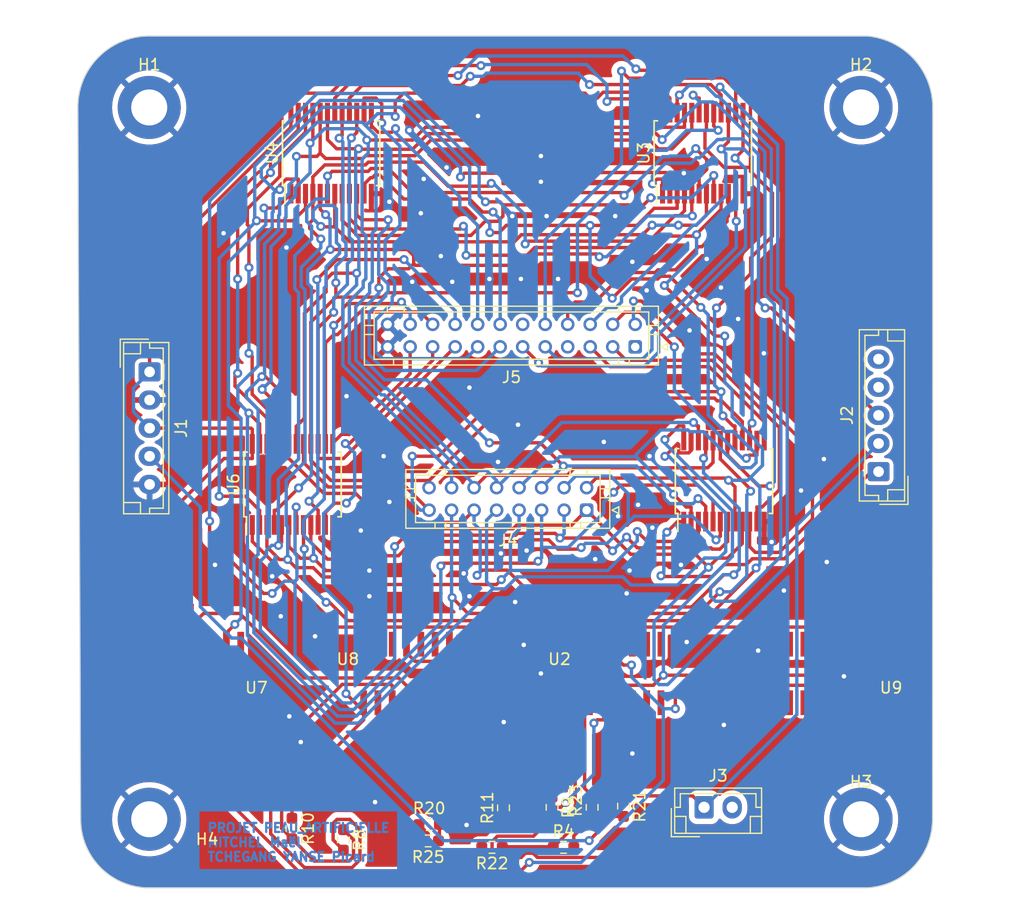
<source format=kicad_pcb>
(kicad_pcb (version 20221018) (generator pcbnew)
  (layers (0 "F.Cu" signal) (31 "B.Cu" signal) (34 "B.Paste" user) (35 "F.Paste" user) (36 "B.SilkS" user "B.Silkscreen") (37 "F.SilkS" user "F.Silkscreen") (38 "B.Mask" user) (39 "F.Mask" user) (44 "Edge.Cuts" user))
  (net 0 "")
  (net 1 "0")
  (net 2 "+5V")
  (net 3 "+12V")
  (net 4 "1-ENTREE")
  (net 5 "AOP0IN+")
  (net 6 "2-ENTREE")
  (net 9 "Net-(J4-Pin_1)")
  (net 10 "Net-(J4-Pin_2)")
  (net 11 "Net-(J4-Pin_3)")
  (net 12 "Net-(J4-Pin_4)")
  (net 13 "Net-(J4-Pin_5)")
  (net 14 "Net-(J4-Pin_6)")
  (net 15 "Net-(J4-Pin_7)")
  (net 16 "Net-(J4-Pin_8)")
  (net 17 "Net-(J4-Pin_9)")
  (net 18 "Net-(J4-Pin_10)")
  (net 19 "Net-(J4-Pin_11)")
  (net 20 "Net-(J4-Pin_12)")
  (net 21 "Net-(J4-Pin_13)")
  (net 22 "Net-(J4-Pin_14)")
  (net 23 "Net-(J4-Pin_15)")
  (net 24 "Net-(J4-Pin_16)")
  (net 26 "A1")
  (net 27 "B1")
  (net 28 "C1")
  (net 29 "D1")
  (net 30 "NE1")
  (net 32 "A3")
  (net 33 "B3")
  (net 34 "C3")
  (net 35 "D3")
  (net 37 "A4")
  (net 38 "B4")
  (net 39 "C4")
  (net 40 "D4")
  (net 41 "NE2")
  (net 42 "A2")
  (net 43 "B2")
  (net 44 "C2")
  (net 45 "D2")
  (net 46 "TRIOAOP1")
  (net 47 "Net-(R22-Pad1)")
  (net 48 "Net-(R23-Pad1)")
  (net 49 "Net-(U8A-+)")
  (net 50 "Net-(U7A-+)")
  (net 51 "Net-(U8A--)")
  (net 52 "Net-(U9A-+)")
  (net 53 "Net-(R20-Pad1)")
  (net 54 "Net-(U2A-+)")
  (net 55 "-5V")
  (net 56 "AOP1")
  (net 57 "AOP2")
  (net 58 "GND")
  (footprint "Package_SO:SSOP-24_5.3x8.2mm_P0.65mm" (layer "F.Cu") (at 226.327 83.744 90)
    (fp_text reference "U5" hide)
    (fp_text value "CD74HC4067SM")
  )
  (footprint "Package_SO:SSOP-24_5.3x8.2mm_P0.65mm" (layer "F.Cu") (at 187.992 84.042 90)
    (fp_text reference "U6")
    (fp_text value "CD74HC4067SM")
  )
  (footprint "Resistor_SMD:R_0603_1608Metric_Pad0.98x0.95mm_HandSolder" (layer "F.Cu") (at 187.94 114.6115 -90)
    (fp_text reference "R10")
    (fp_text value "10k")
  )
  (footprint "Package_SO:SSOP-24_5.3x8.2mm_P0.65mm" (layer "F.Cu") (at 224.442 54.61 90)
    (fp_text reference "U3")
    (fp_text value "CD74HC4067SM")
  )
  (footprint "CUSTOM:SO14" (layer "F.Cu") (at 179.578 100.838 180)
    (fp_text reference "U7")
    (fp_text value "TLC274")
  )
  (footprint "CUSTOM:SO14" (layer "F.Cu") (at 198.12 100.838)
    (fp_text reference "U8")
    (fp_text value "TLC274")
  )
  (footprint "MountingHole:MountingHole_3.2mm_M3_DIN965_Pad" (layer "F.Cu") (at 175.26 50.546)
    (fp_text reference "H1")
    (fp_text value "MountingHole_Pad")
  )
  (footprint "Connector_JST:JST_EH_B2B-EH-A_1x02_P2.50mm_Vertical" (layer "F.Cu") (at 224.556 112.73)
    (fp_text reference "J3")
    (fp_text value "Conn_01x02")
  )
  (footprint "MountingHole:MountingHole_3.2mm_M3_DIN965_Pad" (layer "F.Cu") (at 238.506 113.792)
    (fp_text reference "H3")
    (fp_text value "MountingHole_Pad")
  )
  (footprint "Resistor_SMD:R_0603_1608Metric_Pad0.98x0.95mm_HandSolder" (layer "F.Cu") (at 205.72 116.286 180)
    (fp_text reference "R22")
    (fp_text value "1M")
  )
  (footprint "CUSTOM:SO14" (layer "F.Cu") (at 216.916 100.838)
    (fp_text reference "U2")
    (fp_text value "TLC274")
  )
  (footprint "MountingHole:MountingHole_3.2mm_M3_DIN965_Pad" (layer "F.Cu") (at 175.26 113.792)
    (fp_text reference "H4")
    (fp_text value "MountingHole_Pad")
  )
  (footprint "Resistor_SMD:R_0603_1608Metric_Pad0.98x0.95mm_HandSolder" (layer "F.Cu") (at 212.07 116.286)
    (fp_text reference "R4")
    (fp_text value "1M")
  )
  (footprint "CUSTOM:SO14" (layer "F.Cu") (at 235.966 100.838 180)
    (fp_text reference "U9")
    (fp_text value "TLC274")
  )
  (footprint "MountingHole:MountingHole_3.2mm_M3_DIN965_Pad" (layer "F.Cu") (at 238.506 50.546)
    (fp_text reference "H2")
    (fp_text value "MountingHole_Pad")
  )
  (footprint "Resistor_SMD:R_0603_1608Metric_Pad0.98x0.95mm_HandSolder" (layer "F.Cu") (at 211.054 112.73 -90)
    (fp_text reference "R9")
    (fp_text value "10k")
  )
  (footprint "Resistor_SMD:R_0603_1608Metric_Pad0.98x0.95mm_HandSolder" (layer "F.Cu") (at 192.512 115.6275 -90)
    (fp_text reference "R8")
    (fp_text value "10k")
  )
  (footprint "Resistor_SMD:R_0603_1608Metric_Pad0.98x0.95mm_HandSolder" (layer "F.Cu") (at 217.404 112.6265 -90)
    (fp_text reference "R21")
    (fp_text value "200k")
  )
  (footprint "Connector_JST:JST_EH_B5B-EH-A_1x05_P2.50mm_Vertical" (layer "F.Cu") (at 240.062 82.906 90)
    (fp_text reference "J2")
    (fp_text value "Conn_01x05")
  )
  (footprint "Connector_JST:JST_PHD_B16B-PHDSS_2x08_P2.00mm_Vertical" (layer "F.Cu") (at 214.122 86.328 180)
    (fp_text reference "J4")
    (fp_text value "Conn_02x08_Top_Bottom")
  )
  (footprint "Connector_JST:JST_EH_B5B-EH-A_1x05_P2.50mm_Vertical" (layer "F.Cu") (at 175.292 74.042 -90)
    (fp_text reference "J1")
    (fp_text value "Conn_01x05")
  )
  (footprint "Resistor_SMD:R_0603_1608Metric_Pad0.98x0.95mm_HandSolder" (layer "F.Cu") (at 214.61 112.73 90)
    (fp_text reference "R23")
    (fp_text value "1M")
  )
  (footprint "Package_SO:SSOP-24_5.3x8.2mm_P0.65mm" (layer "F.Cu") (at 191.422 54.61 90)
    (fp_text reference "U4")
    (fp_text value "CD74HC4067SM")
  )
  (footprint "Resistor_SMD:R_0603_1608Metric_Pad0.98x0.95mm_HandSolder" (layer "F.Cu") (at 206.736 112.777 90)
    (fp_text reference "R11")
    (fp_text value "10k")
  )
  (footprint "Connector_JST:JST_PHD_B24B-PHDSS_2x12_P2.00mm_Vertical" (layer "F.Cu") (at 218.44 71.818 180)
    (fp_text reference "J5")
    (fp_text value "Conn_02x12_Top_Bottom")
  )
  (footprint "Resistor_SMD:R_0603_1608Metric_Pad0.98x0.95mm_HandSolder" (layer "F.Cu") (at 200.132 114.254)
    (fp_text reference "R20")
    (fp_text value "1M")
  )
  (footprint "Resistor_SMD:R_0603_1608Metric_Pad0.98x0.95mm_HandSolder" (layer "F.Cu") (at 200.0445 115.7165 180)
    (fp_text reference "R25")
    (fp_text value "200k")
  )
  (gr_arc (start 244.856 113.792) (mid 243.070523 118.102523) (end 238.76 119.888) (stroke (width 0.1)) (layer "Edge.Cuts"))
  (gr_line (start 168.91 50.546) (end 169.164 113.792) (stroke (width 0.1)) (layer "Edge.Cuts"))
  (gr_arc (start 175.26 119.888) (mid 170.949477 118.102523) (end 169.164 113.792) (stroke (width 0.1)) (layer "Edge.Cuts"))
  (gr_line (start 238.76 119.888) (end 175.26 119.888) (stroke (width 0.1)) (layer "Edge.Cuts"))
  (gr_line (start 244.876287 50.546) (end 244.856 113.792) (stroke (width 0.1)) (layer "Edge.Cuts"))
  (gr_arc (start 239.014 44.196001) (mid 243.186633 46.224863) (end 244.876287 50.546) (stroke (width 0.1)) (layer "Edge.Cuts"))
  (gr_arc (start 168.91 50.546) (mid 170.769872 46.055872) (end 175.26 44.196) (stroke (width 0.1)) (layer "Edge.Cuts"))
  (gr_line (start 175.26 44.196) (end 239.014 44.196001) (stroke (width 0.1)) (layer "Edge.Cuts"))
  (gr_text "PROJET PEAU_ARTIFICIELLE\nMITCHEL Maël\nTCHEGANG YANSE Picard" (at 180.34 117.602) (layer "B.Cu") (effects (font (size 0.8 0.8) (thickness 0.2) bold) (justify left bottom)))
  (via (at 196.596 58.928) (size 0.8) (drill 0.4) (layers "F.Cu" "B.Cu") (net 1))
  (via (at 210.058 100.838) (size 0.8) (drill 0.4) (layers "F.Cu" "B.Cu") (net 1))
  (via (at 223.012 98.044) (size 0.8) (drill 0.4) (layers "F.Cu" "B.Cu") (net 1))
  (via (at 207.518 60.198) (size 0.8) (drill 0.4) (layers "F.Cu" "B.Cu") (net 1))
  (via (at 217.932 91.694) (size 0.8) (drill 0.4) (layers "F.Cu" "B.Cu") (net 1))
  (via (at 206.502 90.17) (size 0.8) (drill 0.4) (layers "F.Cu" "B.Cu") (net 1))
  (via (at 208.534 98.298) (size 0.8) (drill 0.4) (layers "F.Cu" "B.Cu") (net 1))
  (via (at 235.204 81.788) (size 0.8) (drill 0.4) (layers "F.Cu" "B.Cu") (net 1))
  (via (at 216.916 86.868) (size 0.8) (drill 0.4) (layers "F.Cu" "B.Cu") (net 1))
  (via (at 204.47 51.308) (size 0.8) (drill 0.4) (layers "F.Cu" "B.Cu") (net 1))
  (via (at 186.182 92.202) (size 0.8) (drill 0.4) (layers "F.Cu" "B.Cu") (net 1))
  (via (at 219.71 81.534) (size 0.8) (drill 0.4) (layers "F.Cu" "B.Cu") (net 1))
  (via (at 181.102 91.186) (size 0.8) (drill 0.4) (layers "F.Cu" "B.Cu") (net 1))
  (via (at 236.982 101.092) (size 0.8) (drill 0.4) (layers "F.Cu" "B.Cu") (net 1))
  (via (at 216.662 60.198) (size 0.8) (drill 0.4) (layers "F.Cu" "B.Cu") (net 1))
  (via (at 226.314 105.41) (size 0.8) (drill 0.4) (layers "F.Cu" "B.Cu") (net 1))
  (via (at 205.486 65.786) (size 0.8) (drill 0.4) (layers "F.Cu" "B.Cu") (net 1))
  (via (at 226.06 66.548) (size 0.8) (drill 0.4) (layers "F.Cu" "B.Cu") (net 1))
  (via (at 229.87 72.39) (size 0.8) (drill 0.4) (layers "F.Cu" "B.Cu") (net 1))
  (via (at 199.644 56.896) (size 0.8) (drill 0.4) (layers "F.Cu" "B.Cu") (net 1))
  (via (at 218.186 107.95) (size 0.8) (drill 0.4) (layers "F.Cu" "B.Cu") (net 1))
  (via (at 222.758 56.388) (size 0.8) (drill 0.4) (layers "F.Cu" "B.Cu") (net 1))
  (via (at 194.818 93.98) (size 0.8) (drill 0.4) (layers "F.Cu" "B.Cu") (net 1))
  (via (at 211.582 65.786) (size 0.8) (drill 0.4) (layers "F.Cu" "B.Cu") (net 1))
  (via (at 219.456 66.802) (size 0.8) (drill 0.4) (layers "F.Cu" "B.Cu") (net 1))
  (via (at 210.058 54.864) (size 0.8) (drill 0.4) (layers "F.Cu" "B.Cu") (net 1))
  (via (at 198.628 66.04) (size 0.8) (drill 0.4) (layers "F.Cu" "B.Cu") (net 1))
  (via (at 222.504 91.186) (size 0.8) (drill 0.4) (layers "F.Cu" "B.Cu") (net 1))
  (via (at 202.184 66.04) (size 0.8) (drill 0.4) (layers "F.Cu" "B.Cu") (net 1))
  (via (at 206.756 105.156) (size 0.8) (drill 0.4) (layers "F.Cu" "B.Cu") (net 1))
  (via (at 203.454 114.3) (size 0.8) (drill 0.4) (layers "F.Cu" "B.Cu") (net 1))
  (via (at 218.186 64.262) (size 0.8) (drill 0.4) (layers "F.Cu" "B.Cu") (net 1))
  (via (at 207.772 94.488) (size 0.8) (drill 0.4) (layers "F.Cu" "B.Cu") (net 1))
  (via (at 187.706 104.648) (size 0.8) (drill 0.4) (layers "F.Cu" "B.Cu") (net 1))
  (via (at 199.39 59.944) (size 0.8) (drill 0.4) (layers "F.Cu" "B.Cu") (net 1))
  (via (at 218.694 85.852) (size 0.8) (drill 0.4) (layers "F.Cu" "B.Cu") (net 1))
  (via (at 203.708 93.98) (size 0.8) (drill 0.4) (layers "F.Cu" "B.Cu") (net 1))
  (via (at 208.788 89.916) (size 0.8) (drill 0.4) (layers "F.Cu" "B.Cu") (net 1))
  (via (at 224.79 64.008) (size 0.8) (drill 0.4) (layers "F.Cu" "B.Cu") (net 1))
  (via (at 181.864 61.722) (size 0.8) (drill 0.4) (layers "F.Cu" "B.Cu") (net 1))
  (via (at 198.374 52.578) (size 0.8) (drill 0.4) (layers "F.Cu" "B.Cu") (net 1))
  (via (at 233.172 84.582) (size 0.8) (drill 0.4) (layers "F.Cu" "B.Cu") (net 1))
  (via (at 186.944 95.758) (size 0.8) (drill 0.4) (layers "F.Cu" "B.Cu") (net 1))
  (via (at 192.786 76.2) (size 0.8) (drill 0.4) (layers "F.Cu" "B.Cu") (net 1))
  (via (at 210.058 57.15) (size 0.8) (drill 0.4) (layers "F.Cu" "B.Cu") (net 1))
  (via (at 189.992 97.536) (size 0.8) (drill 0.4) (layers "F.Cu" "B.Cu") (net 1))
  (via (at 217.678 93.726) (size 0.8) (drill 0.4) (layers "F.Cu" "B.Cu") (net 1))
  (via (at 219.964 87.884) (size 0.8) (drill 0.4) (layers "F.Cu" "B.Cu") (net 1))
  (via (at 230.5568 89.154) (size 0.8) (drill 0.4) (layers "F.Cu" "B.Cu") (net 1))
  (via (at 210.566 60.198) (size 0.8) (drill 0.4) (layers "F.Cu" "B.Cu") (net 1))
  (via (at 208.026 78.74) (size 0.8) (drill 0.4) (layers "F.Cu" "B.Cu") (net 1))
  (via (at 231.648 93.472) (size 0.8) (drill 0.4) (layers "F.Cu" "B.Cu") (net 1))
  (via (at 196.596 85.598) (size 0.8) (drill 0.4) (layers "F.Cu" "B.Cu") (net 1))
  (via (at 229.362 98.806) (size 0.8) (drill 0.4) (layers "F.Cu" "B.Cu") (net 1))
  (via (at 203.708 75.438) (size 0.8) (drill 0.4) (layers "F.Cu" "B.Cu") (net 1))
  (via (at 201.676 55.88) (size 0.8) (drill 0.4) (layers "F.Cu" "B.Cu") (net 1))
  (via (at 195.326 112.268) (size 0.8) (drill 0.4) (layers "F.Cu" "B.Cu") (net 1))
  (via (at 206.248 82.042) (size 0.8) (drill 0.4) (layers "F.Cu" "B.Cu") (net 1))
  (via (at 223.266 70.358) (size 0.8) (drill 0.4) (layers "F.Cu" "B.Cu") (net 1))
  (via (at 215.646 80.264) (size 0.8) (drill 0.4) (layers "F.Cu" "B.Cu") (net 1))
  (via (at 235.458 90.932) (size 0.8) (drill 0.4) (layers "F.Cu" "B.Cu") (net 1))
  (via (at 214.884 90.678) (size 0.8) (drill 0.4) (layers "F.Cu" "B.Cu") (net 1))
  (via (at 194.056 88.138) (size 0.8) (drill 0.4) (layers "F.Cu" "B.Cu") (net 1))
  (via (at 208.28 65.786) (size 0.8) (drill 0.4) (layers "F.Cu" "B.Cu") (net 1))
  (via (at 201.168 63.754) (size 0.8) (drill 0.4) (layers "F.Cu" "B.Cu") (net 1))
  (via (at 196.088 81.534) (size 0.8) (drill 0.4) (layers "F.Cu" "B.Cu") (net 1))
  (via (at 187.452 62.992) (size 0.8) (drill 0.4) (layers "F.Cu" "B.Cu") (net 1))
  (via (at 203.2 91.948) (size 0.8) (drill 0.4) (layers "F.Cu" "B.Cu") (net 1))
  (via (at 188.722 106.934) (size 0.8) (drill 0.4) (layers "F.Cu" "B.Cu") (net 1))
  (via (at 227.584 69.342) (size 0.8) (drill 0.4) (layers "F.Cu" "B.Cu") (net 1))
  (via (at 194.818 91.694) (size 0.8) (drill 0.4) (layers "F.Cu" "B.Cu") (net 1))
  (segment (start 184.417 81.7389) (end 181.9131 81.7389) (width 0.3) (layer "F.Cu") (net 2))
  (segment (start 175.292 64.8619) (end 187.847 52.3069) (width 0.3) (layer "F.Cu") (net 2))
  (segment (start 216.9441 101.888) (end 220.046 101.888) (width 0.3) (layer "F.Cu") (net 2))
  (segment (start 220.046 101.888) (end 220.9432 100.9908) (width 0.3) (layer "F.Cu") (net 2))
  (segment (start 177.546 86.106) (end 177.546 93.218) (width 0.3) (layer "F.Cu") (net 2))
  (segment (start 177.546 93.218) (end 179.0686 94.7406) (width 0.3) (layer "F.Cu") (net 2))
  (segment (start 198.1217 101.9161) (end 216.916 101.9161) (width 0.3) (layer "F.Cu") (net 2))
  (segment (start 187.847 51.01) (end 187.847 52.3069) (width 0.3) (layer "F.Cu") (net 2))
  (segment (start 175.292 79.042) (end 184.3139 79.042) (width 0.3) (layer "F.Cu") (net 2))
  (segment (start 191.377998 49.276) (end 188.214 49.276) (width 0.3) (layer "F.Cu") (net 2))
  (segment (start 220.9432 100.9908) (end 234.7351 100.9908) (width 0.3) (layer "F.Cu") (net 2))
  (segment (start 198.12 101.9178) (end 198.1217 101.9161) (width 0.3) (layer "F.Cu") (net 2))
  (segment (start 204.731075 46.831575) (end 204.724 46.8245) (width 0.3) (layer "F.Cu") (net 2))
  (segment (start 183.2962 95.504) (end 180.086 95.504) (width 0.3) (layer "F.Cu") (net 2))
  (segment (start 189.0301 101.2379) (end 183.2962 95.504) (width 0.3) (layer "F.Cu") (net 2))
  (segment (start 235.966 98.238) (end 235.966 99.7599) (width 0.3) (layer "F.Cu") (net 2))
  (segment (start 222.752 80.144) (end 222.752 78.8471) (width 0.3) (layer "F.Cu") (net 2))
  (segment (start 198.12 103.438) (end 198.12 102.3495) (width 0.3) (layer "F.Cu") (net 2))
  (segment (start 216.1601 49.784) (end 219.641 49.784) (width 0.3) (layer "F.Cu") (net 2))
  (segment (start 197.4401 101.2379) (end 189.0301 101.2379) (width 0.3) (layer "F.Cu") (net 2))
  (segment (start 187.847 49.643) (end 187.847 51.01) (width 0.3) (layer "F.Cu") (net 2))
  (segment (start 179.0686 95.5026) (end 179.578 96.012) (width 0.3) (layer "F.Cu") (net 2))
  (segment (start 222.2905 78.8471) (end 221.0748 80.0628) (width 0.3) (layer "F.Cu") (net 2))
  (segment (start 216.916 103.438) (end 216.916 101.9161) (width 0.3) (layer "F.Cu") (net 2))
  (segment (start 175.292 74.042) (end 175.292 64.8619) (width 0.3) (layer "F.Cu") (net 2))
  (segment (start 198.12 102.3495) (end 198.12 101.9178) (width 0.3) (layer "F.Cu") (net 2))
  (segment (start 179.0686 94.7406) (end 179.0686 95.5026) (width 0.3) (layer "F.Cu") (net 2))
  (segment (start 222.752 78.8471) (end 222.2905 78.8471) (width 0.3) (layer "F.Cu") (net 2))
  (segment (start 184.3139 79.042) (end 184.417 79.1451) (width 0.3) (layer "F.Cu") (net 2))
  (segment (start 198.12 101.9178) (end 197.4401 101.2379) (width 0.3) (layer "F.Cu") (net 2))
  (segment (start 204.724 46.8245) (end 193.829498 46.8245) (width 0.3) (layer "F.Cu") (net 2))
  (segment (start 184.417 80.442) (end 184.417 79.1451) (width 0.3) (layer "F.Cu") (net 2))
  (segment (start 188.214 49.276) (end 187.847 49.643) (width 0.3) (layer "F.Cu") (net 2))
  (segment (start 184.417 80.442) (end 184.417 81.7389) (width 0.3) (layer "F.Cu") (net 2))
  (segment (start 219.641 49.784) (end 220.867 51.01) (width 0.3) (layer "F.Cu") (net 2))
  (segment (start 193.829498 46.8245) (end 191.377998 49.276) (width 0.3) (layer "F.Cu") (net 2))
  (segment (start 181.9131 81.7389) (end 177.546 86.106) (width 0.3) (layer "F.Cu") (net 2))
  (segment (start 180.086 95.504) (end 179.578 96.012) (width 0.3) (layer "F.Cu") (net 2))
  (segment (start 179.578 96.012) (end 179.578 98.238) (width 0.3) (layer "F.Cu") (net 2))
  (segment (start 216.916 101.9161) (end 216.9441 101.888) (width 0.3) (layer "F.Cu") (net 2))
  (segment (start 215.9299 50.0142) (end 216.1601 49.784) (width 0.3) (layer "F.Cu") (net 2))
  (segment (start 234.7351 100.9908) (end 235.966 99.7599) (width 0.3) (layer "F.Cu") (net 2))
  (via (at 204.731075 46.831575) (size 0.8) (drill 0.4) (layers "F.Cu" "B.Cu") (net 2))
  (via (at 221.0748 80.0628) (size 0.8) (drill 0.4) (layers "F.Cu" "B.Cu") (net 2))
  (via (at 220.9432 100.9908) (size 0.8) (drill 0.4) (layers "F.Cu" "B.Cu") (net 2))
  (via (at 215.9299 50.0142) (size 0.8) (drill 0.4) (layers "F.Cu" "B.Cu") (net 2))
  (segment (start 227.0767 86.3903) (end 221.0748 80.3884) (width 0.3) (layer "B.Cu") (net 2))
  (segment (start 214.122 46.736) (end 215.9299 48.5439) (width 0.3) (layer "B.Cu") (net 2))
  (segment (start 215.9299 48.5439) (end 215.9299 50.0142) (width 0.3) (layer "B.Cu") (net 2))
  (segment (start 173.858 77.608) (end 173.858 75.476) (width 0.3) (layer "B.Cu") (net 2))
  (segment (start 220.9432 100.9908) (end 220.9432 96.5663) (width 0.3) (layer "B.Cu") (net 2))
  (segment (start 175.292 79.042) (end 173.858 77.608) (width 0.3) (layer "B.Cu") (net 2))
  (segment (start 204.731075 46.831575) (end 204.82665 46.736) (width 0.3) (layer "B.Cu") (net 2))
  (segment (start 220.9432 96.5663) (end 227.0767 90.4328) (width 0.3) (layer "B.Cu") (net 2))
  (segment (start 227.0767 90.4328) (end 227.0767 86.3903) (width 0.3) (layer "B.Cu") (net 2))
  (segment (start 204.82665 46.736) (end 214.122 46.736) (width 0.3) (layer "B.Cu") (net 2))
  (segment (start 221.0748 80.3884) (end 221.0748 80.0628) (width 0.3) (layer "B.Cu") (net 2))
  (segment (start 173.858 75.476) (end 175.292 74.042) (width 0.3) (layer "B.Cu") (net 2))
  (segment (start 216.4993 113.539) (end 217.404 113.539) (width 0.3) (layer "F.Cu") (net 3))
  (segment (start 214.3473 115.691) (end 216.4993 113.539) (width 0.3) (layer "F.Cu") (net 3))
  (via (at 214.3473 115.691) (size 0.8) (drill 0.4) (layers "F.Cu" "B.Cu") (net 3))
  (segment (start 182.587246 97.691302) (end 183.4146 97.691302) (width 0.3) (layer "B.Cu") (net 3))
  (segment (start 201.414298 115.691) (end 214.3473 115.691) (width 0.3) (layer "B.Cu") (net 3))
  (segment (start 183.4146 97.691302) (end 201.414298 115.691) (width 0.3) (layer "B.Cu") (net 3))
  (segment (start 175.292 81.542) (end 179.8011 86.0511) (width 0.3) (layer "B.Cu") (net 3))
  (segment (start 179.8011 94.905156) (end 182.587246 97.691302) (width 0.3) (layer "B.Cu") (net 3))
  (segment (start 179.8011 86.0511) (end 179.8011 94.905156) (width 0.3) (layer "B.Cu") (net 3))
  (segment (start 228.3201 91.1624) (end 228.3201 91.1623) (width 0.3) (layer "F.Cu") (net 4))
  (segment (start 220.726 92.1591) (end 220.7911 92.2242) (width 0.3) (layer "F.Cu") (net 4))
  (segment (start 220.7911 92.2242) (end 225.2853 92.2242) (width 0.3) (layer "F.Cu") (net 4))
  (segment (start 222.1932 87.344) (end 221.2528 88.2844) (width 0.3) (layer "F.Cu") (net 4))
  (segment (start 225.2853 92.2242) (end 226.3471 91.1624) (width 0.3) (layer "F.Cu") (net 4))
  (segment (start 228.8342 90.6482) (end 231.6778 90.6482) (width 0.3) (layer "F.Cu") (net 4))
  (segment (start 228.3201 91.1623) (end 228.8342 90.6482) (width 0.3) (layer "F.Cu") (net 4))
  (segment (start 231.6778 90.6482) (end 239.42 82.906) (width 0.3) (layer "F.Cu") (net 4))
  (segment (start 222.752 87.344) (end 222.1932 87.344) (width 0.3) (layer "F.Cu") (net 4))
  (segment (start 226.3471 91.1624) (end 228.3201 91.1624) (width 0.3) (layer "F.Cu") (net 4))
  (segment (start 239.42 82.906) (end 240.062 82.906) (width 0.3) (layer "F.Cu") (net 4))
  (via (at 221.2528 88.2844) (size 0.8) (drill 0.4) (layers "F.Cu" "B.Cu") (net 4))
  (via (at 220.726 92.1591) (size 0.8) (drill 0.4) (layers "F.Cu" "B.Cu") (net 4))
  (segment (start 220.726 92.1591) (end 220.98 91.9051) (width 0.3) (layer "B.Cu") (net 4))
  (segment (start 220.98 88.5572) (end 221.2528 88.2844) (width 0.3) (layer "B.Cu") (net 4))
  (segment (start 220.98 91.9051) (end 220.98 88.5572) (width 0.3) (layer "B.Cu") (net 4))
  (segment (start 214.61 111.714) (end 217.404 111.714) (width 0.3) (layer "F.Cu") (net 5))
  (segment (start 213.9451 103.8689) (end 213.9451 111.0491) (width 0.3) (layer "F.Cu") (net 5))
  (segment (start 223.54 111.714) (end 217.404 111.714) (width 0.3) (layer "F.Cu") (net 5))
  (segment (start 213.9451 111.0491) (end 214.61 111.714) (width 0.3) (layer "F.Cu") (net 5))
  (segment (start 224.556 112.73) (end 223.54 111.714) (width 0.3) (layer "F.Cu") (net 5))
  (segment (start 214.61 111.714) (end 214.61 111.8175) (width 0.3) (layer "F.Cu") (net 5))
  (segment (start 214.376 103.438) (end 213.9451 103.8689) (width 0.3) (layer "F.Cu") (net 5))
  (segment (start 232.8001 104.4859) (end 232.8001 87.6679) (width 0.3) (layer "B.Cu") (net 5))
  (segment (start 224.556 112.73) (end 232.8001 104.4859) (width 0.3) (layer "B.Cu") (net 5))
  (segment (start 232.8001 87.6679) (end 240.062 80.406) (width 0.3) (layer "B.Cu") (net 5))
  (segment (start 220.867 56.9131) (end 220.3819 56.9131) (width 0.3) (layer "F.Cu") (net 6))
  (segment (start 220.3819 56.9131) (end 219.9658 57.3292) (width 0.3) (layer "F.Cu") (net 6))
  (segment (start 230.523 68.367) (end 229.9863 68.367) (width 0.3) (layer "F.Cu") (net 6))
  (segment (start 240.062 77.906) (end 230.523 68.367) (width 0.3) (layer "F.Cu") (net 6))
  (segment (start 220.867 58.21) (end 220.867 56.9131) (width 0.3) (layer "F.Cu") (net 6))
  (via (at 229.9863 68.367) (size 0.8) (drill 0.4) (layers "F.Cu" "B.Cu") (net 6))
  (via (at 219.9658 57.3292) (size 0.8) (drill 0.4) (layers "F.Cu" "B.Cu") (net 6))
  (segment (start 226.239456 53.398) (end 225.748 53.398) (width 0.3) (layer "B.Cu") (net 6))
  (segment (start 226.297456 53.34) (end 226.239456 53.398) (width 0.3) (layer "B.Cu") (net 6))
  (segment (start 228.003796 53.34) (end 226.297456 53.34) (width 0.3) (layer "B.Cu") (net 6))
  (segment (start 224.6921 54.4539) (end 224.6921 54.486505) (width 0.3) (layer "B.Cu") (net 6))
  (segment (start 229.9863 68.367) (end 229.3915 67.7722) (width 0.3) (layer "B.Cu") (net 6))
  (segment (start 223.396 55.496) (end 221.118002 55.496) (width 0.3) (layer "B.Cu") (net 6))
  (segment (start 221.118002 55.496) (end 219.9658 56.648202) (width 0.3) (layer "B.Cu") (net 6))
  (segment (start 224.157415 55.02119) (end 223.87081 55.02119) (width 0.3) (layer "B.Cu") (net 6))
  (segment (start 224.6921 54.486505) (end 224.157415 55.02119) (width 0.3) (layer "B.Cu") (net 6))
  (segment (start 229.3915 67.7722) (end 229.3915 54.727704) (width 0.3) (layer "B.Cu") (net 6))
  (segment (start 229.3915 54.727704) (end 228.003796 53.34) (width 0.3) (layer "B.Cu") (net 6))
  (segment (start 225.748 53.398) (end 224.6921 54.4539) (width 0.3) (layer "B.Cu") (net 6))
  (segment (start 219.9658 56.648202) (end 219.9658 57.3292) (width 0.3) (layer "B.Cu") (net 6))
  (segment (start 223.87081 55.02119) (end 223.396 55.496) (width 0.3) (layer "B.Cu") (net 6))
  (segment (start 226.6536 90.5924) (end 227.952 89.294) (width 0.3) (layer "F.Cu") (net 9))
  (segment (start 225.9708 48.7336) (end 225.6701 49.0343) (width 0.3) (layer "F.Cu") (net 9))
  (segment (start 202.96365 48.599) (end 194.1611 48.599) (width 0.3) (layer "F.Cu") (net 9))
  (segment (start 203.784612 47.778038) (end 202.96365 48.599) (width 0.3) (layer "F.Cu") (net 9))
  (segment (start 218.0403 90.2463) (end 214.122 86.328) (width 0.3) (layer "F.Cu") (net 9))
  (segment (start 225.7548 90.5924) (end 226.6536 90.5924) (width 0.3) (layer "F.Cu") (net 9))
  (segment (start 225.1498 48.514) (end 225.6701 49.0343) (width 0.3) (layer "F.Cu") (net 9))
  (segment (start 212.7879 87.6621) (end 207.9022 87.6621) (width 0.3) (layer "F.Cu") (net 9))
  (segment (start 214.122 86.328) (end 212.7879 87.6621) (width 0.3) (layer "F.Cu") (net 9))
  (segment (start 195.4345 89.8075) (end 194.738742 89.8075) (width 0.3) (layer "F.Cu") (net 9))
  (segment (start 193.614242 90.932) (end 191.980956 90.932) (width 0.3) (layer "F.Cu") (net 9))
  (segment (start 224.9449 91.4023) (end 225.7548 90.5924) (width 0.3) (layer "F.Cu") (net 9))
  (segment (start 194.1611 48.599) (end 193.047 49.7131) (width 0.3) (layer "F.Cu") (net 9))
  (segment (start 197.2629 87.9791) (end 195.4345 89.8075) (width 0.3) (layer "F.Cu") (net 9))
  (segment (start 225.6701 49.0343) (end 226.067 49.4312) (width 0.3) (layer "F.Cu") (net 9))
  (segment (start 214.376 48.514) (end 225.1498 48.514) (width 0.3) (layer "F.Cu") (net 9))
  (segment (start 193.047 49.7131) (end 193.047 51.01) (width 0.3) (layer "F.Cu") (net 9))
  (segment (start 191.726956 90.678) (end 191.096156 90.678) (width 0.3) (layer "F.Cu") (net 9))
  (segment (start 191.096156 90.678) (end 189.617 89.198844) (width 0.3) (layer "F.Cu") (net 9))
  (segment (start 207.9022 87.6621) (end 207.5852 87.9791) (width 0.3) (layer "F.Cu") (net 9))
  (segment (start 194.738742 89.8075) (end 193.614242 90.932) (width 0.3) (layer "F.Cu") (net 9))
  (segment (start 189.617 89.198844) (end 189.617 87.642) (width 0.3) (layer "F.Cu") (net 9))
  (segment (start 207.5852 87.9791) (end 197.2629 87.9791) (width 0.3) (layer "F.Cu") (net 9))
  (segment (start 223.7889 90.2463) (end 218.0403 90.2463) (width 0.3) (layer "F.Cu") (net 9))
  (segment (start 224.9449 91.4023) (end 223.7889 90.2463) (width 0.3) (layer "F.Cu") (net 9))
  (segment (start 227.952 89.294) (end 227.952 87.344) (width 0.3) (layer "F.Cu") (net 9))
  (segment (start 191.980956 90.932) (end 191.726956 90.678) (width 0.3) (layer "F.Cu") (net 9))
  (segment (start 226.067 49.4312) (end 226.067 51.01) (width 0.3) (layer "F.Cu") (net 9))
  (via (at 225.9708 48.7336) (size 0.8) (drill 0.4) (layers "F.Cu" "B.Cu") (net 9))
  (via (at 203.784612 47.778038) (size 0.8) (drill 0.4) (layers "F.Cu" "B.Cu") (net 9))
  (via (at 224.9449 91.4023) (size 0.8) (drill 0.4) (layers "F.Cu" "B.Cu") (net 9))
  (via (at 214.376 48.514) (size 0.8) (drill 0.4) (layers "F.Cu" "B.Cu") (net 9))
  (segment (start 231.9463 67.55514) (end 231.1015 66.71034) (width 0.3) (layer "B.Cu") (net 9))
  (segment (start 203.784612 47.778038) (end 204.944268 47.778038) (width 0.3) (layer "B.Cu") (net 9))
  (segment (start 205.224306 47.498) (end 213.36 47.498) (width 0.3) (layer "B.Cu") (net 9))
  (segment (start 220.5648 101.8267) (end 221.3146 101.8267) (width 0.3) (layer "B.Cu") (net 9))
  (segment (start 220.111 96.2362) (end 220.111 101.3729) (width 0.3) (layer "B.Cu") (net 9))
  (segment (start 220.111 101.3729) (end 220.5648 101.8267) (width 0.3) (layer "B.Cu") (net 9))
  (segment (start 213.36 47.498) (end 214.376 48.514) (width 0.3) (layer "B.Cu") (net 9))
  (segment (start 224.9449 91.4023) (end 220.111 96.2362) (width 0.3) (layer "B.Cu") (net 9))
  (segment (start 204.944268 47.778038) (end 205.224306 47.498) (width 0.3) (layer "B.Cu") (net 9))
  (segment (start 231.1015 53.8643) (end 225.9708 48.7336) (width 0.3) (layer "B.Cu") (net 9))
  (segment (start 221.3146 101.8267) (end 231.9463 91.195) (width 0.3) (layer "B.Cu") (net 9))
  (segment (start 231.1015 66.71034) (end 231.1015 53.8643) (width 0.3) (layer "B.Cu") (net 9))
  (segment (start 231.9463 91.195) (end 231.9463 67.55514) (width 0.3) (layer "B.Cu") (net 9))
  (segment (start 208.821456 63.6773) (end 203.414 63.6773) (width 0.3) (layer "F.Cu") (net 10))
  (segment (start 223.770149 61.976) (end 220.938702 61.976) (width 0.3) (layer "F.Cu") (net 10))
  (segment (start 219.919002 62.9957) (end 209.503056 62.9957) (width 0.3) (layer "F.Cu") (net 10))
  (segment (start 226.5321 83.4774) (end 214.9726 83.4774) (width 0.3) (layer "F.Cu") (net 10))
  (segment (start 214.9726 83.4774) (end 214.122 84.328) (width 0.3) (layer "F.Cu") (net 10))
  (segment (start 190.981975 94.514025) (end 191.275625 94.514025) (width 0.3) (layer "F.Cu") (net 10))
  (segment (start 223.890917 61.786383) (end 226.067 59.6103) (width 0.3) (layer "F.Cu") (net 10))
  (segment (start 192.9077 96.1461) (end 224.586 96.1461) (width 0.3) (layer "F.Cu") (net 10))
  (segment (start 191.275625 94.514025) (end 192.9077 96.1461) (width 0.3) (layer "F.Cu") (net 10))
  (segment (start 188.967 89.7085) (end 189.0356 89.7771) (width 0.3) (layer "F.Cu") (net 10))
  (segment (start 223.890917 61.855232) (end 223.890917 61.786383) (width 0.3) (layer "F.Cu") (net 10))
  (segment (start 223.890917 61.855232) (end 223.770149 61.976) (width 0.3) (layer "F.Cu") (net 10))
  (segment (start 227.302 87.344) (end 227.302 84.2473) (width 0.3) (layer "F.Cu") (net 10))
  (segment (start 203.172766 61.097) (end 202.923266 61.3465) (width 0.3) (layer "F.Cu") (net 10))
  (segment (start 193.978602 61.3465) (end 193.047 60.414898) (width 0.3) (layer "F.Cu") (net 10))
  (segment (start 224.586 96.1461) (end 229.1745 91.5576) (width 0.3) (layer "F.Cu") (net 10))
  (segment (start 193.047 60.414898) (end 193.047 58.21) (width 0.3) (layer "F.Cu") (net 10))
  (segment (start 220.938702 61.976) (end 219.919002 62.9957) (width 0.3) (layer "F.Cu") (net 10))
  (segment (start 209.503056 62.9957) (end 208.821456 63.6773) (width 0.3) (layer "F.Cu") (net 10))
  (segment (start 188.967 87.642) (end 188.967 89.7085) (width 0.3) (layer "F.Cu") (net 10))
  (segment (start 225.5172 70.8547) (end 221.0283 66.3658) (width 0.3) (layer "F.Cu") (net 10))
  (segment (start 229.1745 91.5576) (end 229.1745 91.4701) (width 0.3) (layer "F.Cu") (net 10))
  (segment (start 226.7285 83.6738) (end 226.5321 83.4774) (width 0.3) (layer "F.Cu") (net 10))
  (segment (start 227.302 84.2473) (end 226.7285 83.6738) (width 0.3) (layer "F.Cu") (net 10))
  (segment (start 202.923266 61.3465) (end 193.978602 61.3465) (width 0.3) (layer "F.Cu") (net 10))
  (segment (start 226.067 59.6103) (end 226.067 58.21) (width 0.3) (layer "F.Cu") (net 10))
  (segment (start 226.3895 70.8547) (end 225.5172 70.8547) (width 0.3) (layer "F.Cu") (net 10))
  (via (at 226.3895 70.8547) (size 0.8) (drill 0.4) (layers "F.Cu" "B.Cu") (net 10))
  (via (at 190.981975 94.514025) (size 0.8) (drill 0.4) (layers "F.Cu" "B.Cu") (net 10))
  (via (at 203.414 63.6773) (size 0.8) (drill 0.4) (layers "F.Cu" "B.Cu") (net 10))
  (via (at 223.890917 61.855232) (size 0.8) (drill 0.4) (layers "F.Cu" "B.Cu") (net 10))
  (via (at 229.1745 91.4701) (size 0.8) (drill 0.4) (layers "F.Cu" "B.Cu") (net 10))
  (via (at 203.172766 61.097) (size 0.8) (drill 0.4) (layers "F.Cu" "B.Cu") (net 10))
  (via (at 226.7285 83.6738) (size 0.8) (drill 0.4) (layers "F.Cu" "B.Cu") (net 10))
  (via (at 221.0283 66.3658) (size 0.8) (drill 0.4) (layers "F.Cu" "B.Cu") (net 10))
  (via (at 189.0356 89.7771) (size 0.8) (drill 0.4) (layers "F.Cu" "B.Cu") (net 10))
  (segment (start 203.172766 61.097) (end 203.414 61.338234) (width 0.3) (layer "B.Cu") (net 10))
  (segment (start 227.054 78.0213) (end 227.054 75.630044) (width 0.3) (layer "B.Cu") (net 10))
  (segment (start 228.6853 83.4165) (end 228.428 83.6738) (width 0.3) (layer "B.Cu") (net 10))
  (segment (start 227.054 75.630044) (end 226.3895 74.965544) (width 0.3) (layer "B.Cu") (net 10))
  (segment (start 229.7468 80.8566) (end 229.1749 80.2847) (width 0.3) (layer "B.Cu") (net 10))
  (segment (start 229.1749 80.1422) (end 227.054 78.0213) (width 0.3) (layer "B.Cu") (net 10))
  (segment (start 223.890917 63.503183) (end 221.0283 66.3658) (width 0.3) (layer "B.Cu") (net 10))
  (segment (start 229.5117 84.243) (end 229.5117 91.1329) (width 0.3) (layer "B.Cu") (net 10))
  (segment (start 223.890917 61.855232) (end 223.890917 63.503183) (width 0.3) (layer "B.Cu") (net 10))
  (segment (start 228.6853 83.4165) (end 229.7468 82.355) (width 0.3) (layer "B.Cu") (net 10))
  (segment (start 203.414 61.338234) (end 203.414 63.6773) (width 0.3) (layer "B.Cu") (net 10))
  (segment (start 229.5117 91.1329) (end 229.1745 91.4701) (width 0.3) (layer "B.Cu") (net 10))
  (segment (start 229.1749 80.2847) (end 229.1749 80.1422) (width 0.3) (layer "B.Cu") (net 10))
  (segment (start 189.0356 92.56765) (end 189.0356 89.7771) (width 0.3) (layer "B.Cu") (net 10))
  (segment (start 228.6853 83.4165) (end 229.5117 84.243) (width 0.3) (layer "B.Cu") (net 10))
  (segment (start 229.7468 82.355) (end 229.7468 80.8566) (width 0.3) (layer "B.Cu") (net 10))
  (segment (start 226.3895 74.965544) (end 226.3895 70.8547) (width 0.3) (layer "B.Cu") (net 10))
  (segment (start 228.428 83.6738) (end 226.7285 83.6738) (width 0.3) (layer "B.Cu") (net 10))
  (segment (start 190.981975 94.514025) (end 189.0356 92.56765) (width 0.3) (layer "B.Cu") (net 10))
  (segment (start 225.417 56.9131) (end 225.417 56.5919) (width 0.3) (layer "F.Cu") (net 11))
  (segment (start 192.397 60.571) (end 193.7425 61.9165) (width 0.3) (layer "F.Cu") (net 11))
  (segment (start 193.7425 61.9165) (end 203.8459 61.9165) (width 0.3) (layer "F.Cu") (net 11))
  (segment (start 206.4137 58.9339) (end 205.1288 58.9339) (width 0.3) (layer "F.Cu") (net 11))
  (segment (start 225.168944 89.6763) (end 225.283044 89.7904) (width 0.3) (layer "F.Cu") (net 11))
  (segment (start 219.19 59.204) (end 206.6838 59.204) (width 0.3) (layer "F.Cu") (net 11))
  (segment (start 226.652 89.100756) (end 226.652 87.344) (width 0.3) (layer "F.Cu") (net 11))
  (segment (start 205.0997 60.6627) (end 206.228 60.6627) (width 0.3) (layer "F.Cu") (net 11))
  (segment (start 203.8459 61.9165) (end 205.0997 60.6627) (width 0.3) (layer "F.Cu") (net 11))
  (segment (start 207.978402 88.392) (end 207.821302 88.5491) (width 0.3) (layer "F.Cu") (net 11))
  (segment (start 225.962356 89.7904) (end 226.652 89.100756) (width 0.3) (layer "F.Cu") (net 11))
  (segment (start 198.0711 88.5491) (end 197.0627 89.5575) (width 0.3) (layer "F.Cu") (net 11))
  (segment (start 180.623 88.929) (end 180.623 87.3042) (width 0.3) (layer "F.Cu") (net 11))
  (segment (start 206.6838 60.2069) (end 206.6838 59.204) (width 0.3) (layer "F.Cu") (net 11))
  (segment (start 211.3369 88.392) (end 207.978402 88.392) (width 0.3) (layer "F.Cu") (net 11))
  (segment (start 217.6711 88.71815) (end 218.62925 89.6763) (width 0.3) (layer "F.Cu") (net 11))
  (segment (start 186.182 93.726) (end 185.42 93.726) (width 0.3) (layer "F.Cu") (net 11))
  (segment (start 206.228 60.6627) (end 206.6838 60.2069) (width 0.3) (layer "F.Cu") (net 11))
  (segment (start 219.8188 58.5752) (end 219.19 59.204) (width 0.3) (layer "F.Cu") (net 11))
  (segment (start 218.62925 89.6763) (end 225.168944 89.6763) (width 0.3) (layer "F.Cu") (net 11))
  (segment (start 185.42 93.726) (end 180.623 88.929) (width 0.3) (layer "F.Cu") (net 11))
  (segment (start 225.283044 89.7904) (end 225.962356 89.7904) (width 0.3) (layer "F.Cu") (net 11))
  (segment (start 207.821302 88.5491) (end 198.0711 88.5491) (width 0.3) (layer "F.Cu") (net 11))
  (segment (start 192.397 58.21) (end 192.397 60.571) (width 0.3) (layer "F.Cu") (net 11))
  (segment (start 188.317 87.642) (end 188.317 86.0517) (width 0.3) (layer "F.Cu") (net 11))
  (segment (start 225.417 58.21) (end 225.417 56.9131) (width 0.3) (layer "F.Cu") (net 11))
  (segment (start 216.428109 89.944441) (end 215.290068 88.8064) (width 0.3) (layer "F.Cu") (net 11))
  (segment (start 215.290068 88.8064) (end 211.7513 88.8064) (width 0.3) (layer "F.Cu") (net 11))
  (segment (start 211.7513 88.8064) (end 211.3369 88.392) (width 0.3) (layer "F.Cu") (net 11))
  (segment (start 206.6838 59.204) (end 206.4137 58.9339) (width 0.3) (layer "F.Cu") (net 11))
  (via (at 197.0627 89.5575) (size 0.8) (drill 0.4) (layers "F.Cu" "B.Cu") (net 11))
  (via (at 211.7513 88.8064) (size 0.8) (drill 0.4) (layers "F.Cu" "B.Cu") (net 11))
  (via (at 217.6711 88.71815) (size 0.8) (drill 0.4) (layers "F.Cu" "B.Cu") (net 11))
  (via (at 186.182 93.726) (size 0.8) (drill 0.4) (layers "F.Cu" "B.Cu") (net 11))
  (via (at 180.623 87.3042) (size 0.8) (drill 0.4) (layers "F.Cu" "B.Cu") (net 11))
  (via (at 205.1288 58.9339) (size 0.8) (drill 0.4) (layers "F.Cu" "B.Cu") (net 11))
  (via (at 188.317 86.0517) (size 0.8) (drill 0.4) (layers "F.Cu" "B.Cu") (net 11))
  (via (at 216.428109 89.944441) (size 0.8) (drill 0.4) (layers "F.Cu" "B.Cu") (net 11))
  (via (at 225.417 56.5919) (size 0.8) (drill 0.4) (layers "F.Cu" "B.Cu") (net 11))
  (via (at 219.8188 58.5752) (size 0.8) (drill 0.4) (layers "F.Cu" "B.Cu") (net 11))
  (segment (start 219.8188 58.5752) (end 223.4337 58.5752) (width 0.3) (layer "B.Cu") (net 11))
  (segment (start 212.122 86.328) (end 212.122 87.3913) (width 0.3) (layer "B.Cu") (net 11))
  (segment (start 204.5709 58.376) (end 204.5709 55.8671) (width 0.3) (layer "B.Cu") (net 11))
  (segment (start 204.5709 55.8671) (end 198.0097 49.3059) (width 0.3) (layer "B.Cu") (net 11))
  (segment (start 188.2137 92.6341) (end 188.3819 92.4659) (width 0.3) (layer "B.Cu") (net 11))
  (segment (start 212.122 87.3913) (end 212.122 88.4357) (width 0.3) (layer "B.Cu") (net 11))
  (segment (start 192.4112 103.4557) (end 188.2137 99.2582) (width 0.3) (layer "B.Cu") (net 11))
  (segment (start 188.2137 86.155) (end 188.317 86.0517) (width 0.3) (layer "B.Cu") (net 11))
  (segment (start 193.1431 103.4557) (end 192.4112 103.4557) (width 0.3) (layer "B.Cu") (net 11))
  (segment (start 223.4337 58.5752) (end 225.417 56.5919) (width 0.3) (layer "B.Cu") (net 11))
  (segment (start 217.6711 88.71815) (end 217.6544 88.71815) (width 0.3) (layer "B.Cu") (net 11))
  (segment (start 188.2137 90.2046) (end 188.2137 86.155) (width 0.3) (layer "B.Cu") (net 11))
  (segment (start 188.3819 92.4659) (end 188.3819 90.3728) (width 0.3) (layer "B.Cu") (net 11))
  (segment (start 180.623 58.8554) (end 180.623 87.3042) (width 0.3) (layer "B.Cu") (net 11))
  (segment (start 187.2739 92.6341) (end 188.2137 92.6341) (width 0.3) (layer "B.Cu") (net 11))
  (segment (start 205.1288 58.9339) (end 204.5709 58.376) (width 0.3) (layer "B.Cu") (net 11))
  (segment (start 197.0627 99.5361) (end 193.1431 103.4557) (width 0.3) (layer "B.Cu") (net 11))
  (segment (start 212.122 88.4357) (end 211.7513 88.8064) (width 0.3) (layer "B.Cu") (net 11))
  (segment (start 190.1725 49.3059) (end 180.623 58.8554) (width 0.3) (layer "B.Cu") (net 11))
  (segment (start 198.0097 49.3059) (end 190.1725 49.3059) (width 0.3) (layer "B.Cu") (net 11))
  (segment (start 217.6544 88.71815) (end 216.428109 89.944441) (width 0.3) (layer "B.Cu") (net 11))
  (segment (start 188.2137 99.2582) (end 188.2137 92.6341) (width 0.3) (layer "B.Cu") (net 11))
  (segment (start 197.0627 89.5575) (end 197.0627 99.5361) (width 0.3) (layer "B.Cu") (net 11))
  (segment (start 188.3819 90.3728) (end 188.2137 90.2046) (width 0.3) (layer "B.Cu") (net 11))
  (segment (start 186.182 93.726) (end 187.2739 92.6341) (width 0.3) (layer "B.Cu") (net 11))
  (segment (start 190.543364 61.1569) (end 190.5036 61.117136) (width 0.3) (layer "F.Cu") (net 12))
  (segment (start 193.658344 91.694) (end 190.953207 91.694) (width 0.3) (layer "F.Cu") (net 12))
  (segment (start 224.767 60.1016) (end 224.767 58.21) (width 0.3) (layer "F.Cu") (net 12))
  (segment (start 213.49975 89.793) (end 211.578244 89.793) (width 0.3) (layer "F.Cu") (net 12))
  (segment (start 187.667 89.5707) (end 187.667 87.642) (width 0.3) (layer "F.Cu") (net 12))
  (segment (start 191.747 58.21) (end 191.747 61.1569) (width 0.3) (layer "F.Cu") (net 12))
  (segment (start 213.640425 89.652325) (end 213.49975 89.793) (width 0.3) (layer "F.Cu") (net 12))
  (segment (start 219.940051 61.0096) (end 219.093951 61.8557) (width 0.3) (layer "F.Cu") (net 12))
  (segment (start 188.6934 90.5971) (end 187.667 89.5707) (width 0.3) (layer "F.Cu") (net 12))
  (segment (start 193.0766 62.4865) (end 191.747 61.1569) (width 0.3) (layer "F.Cu") (net 12))
  (segment (start 211.578244 89.793) (end 210.747244 88.962) (width 0.3) (layer "F.Cu") (net 12))
  (segment (start 226.002 88.6409) (end 225.9522 88.6409) (width 0.3) (layer "F.Cu") (net 12))
  (segment (start 208.057404 89.1191) (end 198.660756 89.1191) (width 0.3) (layer "F.Cu") (net 12))
  (segment (start 189.376463 90.595893) (end 189.375256 90.5971) (width 0.3) (layer "F.Cu") (net 12))
  (segment (start 207.6904 62.4865) (end 193.0766 62.4865) (width 0.3) (layer "F.Cu") (net 12))
  (segment (start 208.214504 88.962) (end 208.057404 89.1191) (width 0.3) (layer "F.Cu") (net 12))
  (segment (start 226.002 87.344) (end 226.002 88.6409) (width 0.3) (layer "F.Cu") (net 12))
  (segment (start 190.953207 91.694) (end 189.8551 90.595893) (width 0.3) (layer "F.Cu") (net 12))
  (segment (start 208.3212 61.8557) (end 207.6904 62.4865) (width 0.3) (layer "F.Cu") (net 12))
  (segment (start 223.859 61.0096) (end 224.767 60.1016) (width 0.3) (layer "F.Cu") (net 12))
  (segment (start 189.8551 90.595893) (end 189.376463 90.595893) (width 0.3) (layer "F.Cu") (net 12))
  (segment (start 219.093951 61.8557) (end 208.3212 61.8557) (width 0.3) (layer "F.Cu") (net 12))
  (segment (start 210.747244 88.962) (end 208.214504 88.962) (width 0.3) (layer "F.Cu") (net 12))
  (segment (start 194.974844 90.3775) (end 193.658344 91.694) (width 0.3) (layer "F.Cu") (net 12))
  (segment (start 197.402356 90.3775) (end 194.974844 90.3775) (width 0.3) (layer "F.Cu") (net 12))
  (segment (start 198.660756 89.1191) (end 197.402356 90.3775) (width 0.3) (layer "F.Cu") (net 12))
  (segment (start 191.747 61.1569) (end 190.543364 61.1569) (width 0.3) (layer "F.Cu") (net 12))
  (segment (start 222.278775 61.0096) (end 223.859 61.0096) (width 0.3) (layer "F.Cu") (net 12))
  (segment (start 189.375256 90.5971) (end 188.6934 90.5971) (width 0.3) (layer "F.Cu") (net 12))
  (segment (start 225.9522 88.6409) (end 225.6227 88.9704) (width 0.3) (layer "F.Cu") (net 12))
  (via (at 213.640425 89.652325) (size 0.8) (drill 0.4) (layers "F.Cu" "B.Cu") (net 12))
  (via (at 222.278775 61.0096) (size 0.8) (drill 0.4) (layers "F.Cu" "B.Cu") (net 12))
  (via (at 189.8551 90.595893) (size 0.8) (drill 0.4) (layers "F.Cu" "B.Cu") (net 12))
  (via (at 225.6227 88.9704) (size 0.8) (drill 0.4) (layers "F.Cu" "B.Cu") (net 12))
  (via (at 190.5036 61.117136) (size 0.8) (drill 0.4) (layers "F.Cu" "B.Cu") (net 12))
  (via (at 219.940051 61.0096) (size 0.8) (drill 0.4) (layers "F.Cu" "B.Cu") (net 12))
  (segment (start 192.1692 63.5094) (end 192.1692 62.8286) (width 0.3) (layer "B.Cu") (net 12))
  (segment (start 217.8231 84.8726) (end 216.25 83.2995) (width 0.3) (layer "B.Cu") (net 12))
  (segment (start 189.8551 89.436944) (end 188.976 88.557844) (width 0.3) (layer "B.Cu") (net 12))
  (segment (start 214.01745 89.2753) (end 215.955 89.2753) (width 0.3) (layer "B.Cu") (net 12))
  (segment (start 222.278775 61.0096) (end 219.940051 61.0096) (width 0.3) (layer "B.Cu") (net 12))
  (segment (start 190.9734 64.7052) (end 192.1692 63.5094) (width 0.3) (layer "B.Cu") (net 12))
  (segment (start 190.8091 85.339856) (end 190.8091 66.5855) (width 0.3) (layer "B.Cu") (net 12))
  (segment (start 190.9734 66.4212) (end 190.9734 64.7052) (width 0.3) (layer "B.Cu") (net 12))
  (segment (start 189.8206 59.7148) (end 189.8206 60.434136) (width 0.3) (layer "B.Cu") (net 12))
  (segment (start 189.8551 90.595893) (end 189.8551 89.436944) (width 0.3) (layer "B.Cu") (net 12))
  (segment (start 190.8091 66.5855) (end 190.9734 66.4212) (width 0.3) (layer "B.Cu") (net 12))
  (segment (start 188.976 87.172956) (end 190.8091 85.339856) (width 0.3) (layer "B.Cu") (net 12))
  (segment (start 191.8931 59.5591) (end 191.5852 59.2512) (width 0.3) (layer "B.Cu") (net 12))
  (segment (start 225.6227 88.9704) (end 223.5203 86.868) (width 0.3) (layer "B.Cu") (net 12))
  (segment (start 223.5203 86.868) (end 218.3623 86.868) (width 0.3) (layer "B.Cu") (net 12))
  (segment (start 218.3623 86.868) (end 217.8231 87.4072) (width 0.3) (layer "B.Cu") (net 12))
  (segment (start 213.1505 83.2995) (end 212.122 84.328) (width 0.3) (layer "B.Cu") (net 12))
  (segment (start 216.25 83.2995) (end 213.1505 83.2995) (width 0.3) (layer "B.Cu") (net 12))
  (segment (start 191.8931 62.5525) (end 191.8931 59.5591) (width 0.3) (layer "B.Cu") (net 12))
  (segment (start 190.2842 59.2512) (end 189.8206 59.7148) (width 0.3) (layer "B.Cu") (net 12))
  (segment (start 188.976 88.557844) (end 188.976 87.172956) (width 0.3) (layer "B.Cu") (net 12))
  (segment (start 189.8206 60.434136) (end 190.5036 61.117136) (width 0.3) (layer "B.Cu") (net 12))
  (segment (start 213.640425 89.652325) (end 214.01745 89.2753) (width 0.3) (layer "B.Cu") (net 12))
  (segment (start 217.8231 87.4072) (end 217.8231 84.8726) (width 0.3) (layer "B.Cu") (net 12))
  (segment (start 215.955 89.2753) (end 217.8231 87.4072) (width 0.3) (layer "B.Cu") (net 12))
  (segment (start 192.1692 62.8286) (end 191.8931 62.5525) (width 0.3) (layer "B.Cu") (net 12))
  (segment (start 191.5852 59.2512) (end 190.2842 59.2512) (width 0.3) (layer "B.Cu") (net 12))
  (segment (start 194.95776 55.9737) (end 194.70776 56.2237) (width 0.3) (layer "F.Cu") (net 13))
  (segment (start 223.817759 54.20119) (end 224.79 55.173431) (width 0.3) (layer "F.Cu") (net 13))
  (segment (start 216.526388 84.734837) (end 217.158425 84.1028) (width 0.3) (layer "F.Cu") (net 13))
  (segment (start 223.9996 84.1028) (end 225.352 85.4552) (width 0.3) (layer "F.Cu") (net 13))
  (segment (start 225.352 85.4552) (end 225.352 87.344) (width 0.3) (layer "F.Cu") (net 13))
  (segment (start 191.5187 56.2237) (end 191.0991 56.6433) (width 0.3) (layer "F.Cu") (net 13))
  (segment (start 209.804 90.8662) (end 209.632 91.0382) (width 0.3) (layer "F.Cu") (net 13))
  (segment (start 217.1979 58.112) (end 198.6427 58.112) (width 0.3) (layer "F.Cu") (net 13))
  (segment (start 187.017 89.1791) (end 186.7381 89.458) (width 0.3) (layer "F.Cu") (net 13))
  (segment (start 191.097 58.21) (end 191.097 56.9131) (width 0.3) (layer "F.Cu") (net 13))
  (segment (start 224.79 56.059244) (end 224.117 56.732244) (width 0.3) (layer "F.Cu") (net 13))
  (segment (start 224.79 55.173431) (end 224.79 56.059244) (width 0.3) (layer "F.Cu") (net 13))
  (segment (start 201.4175 91.0382) (end 201.168 91.2877) (width 0.3) (layer "F.Cu") (net 13))
  (segment (start 187.017 87.642) (end 187.017 88.9389) (width 0.3) (layer "F.Cu") (net 13))
  (segment (start 196.5044 55.9737) (end 194.95776 55.9737) (width 0.3) (layer "F.Cu") (net 13))
  (segment (start 191.0991 56.911) (end 191.0991 56.6433) (width 0.3) (layer "F.Cu") (net 13))
  (segment (start 217.158425 84.1028) (end 223.9996 84.1028) (width 0.3) (layer "F.Cu") (net 13))
  (segment (start 217.4469 58.361) (end 217.1979 58.112) (width 0.3) (layer "F.Cu") (net 13))
  (segment (start 194.70776 56.2237) (end 191.5187 56.2237) (width 0.3) (layer "F.Cu") (net 13))
  (segment (start 224.117 56.732244) (end 224.117 58.21) (width 0.3) (layer "F.Cu") (net 13))
  (segment (start 191.097 56.9131) (end 191.0991 56.911) (width 0.3) (layer "F.Cu") (net 13))
  (segment (start 198.6427 58.112) (end 196.5044 55.9737) (width 0.3) (layer "F.Cu") (net 13))
  (segment (start 187.017 88.9389) (end 187.017 89.1791) (width 0.3) (layer "F.Cu") (net 13))
  (segment (start 209.632 91.0382) (end 201.4175 91.0382) (width 0.3) (layer "F.Cu") (net 13))
  (via (at 191.0991 56.6433) (size 0.8) (drill 0.4) (layers "F.Cu" "B.Cu") (net 13))
  (via (at 216.526388 84.734837) (size 0.8) (drill 0.4) (layers "F.Cu" "B.Cu") (net 13))
  (via (at 209.804 90.8662) (size 0.8) (drill 0.4) (layers "F.Cu" "B.Cu") (net 13))
  (via (at 186.7381 89.458) (size 0.8) (drill 0.4) (layers "F.Cu" "B.Cu") (net 13))
  (via (at 217.4469 58.361) (size 0.8) (drill 0.4) (layers "F.Cu" "B.Cu") (net 13))
  (via (at 201.168 91.2877) (size 0.8) (drill 0.4) (layers "F.Cu" "B.Cu") (net 13))
  (via (at 223.817759 54.20119) (size 0.8) (drill 0.4) (layers "F.Cu" "B.Cu") (net 13))
  (segment (start 214.7058 87.428) (end 212.4966 89.6372) (width 0.3) (layer "B.Cu") (net 13))
  (segment (start 186.132 89.458) (end 186.7381 89.458) (width 0.3) (layer "B.Cu") (net 13))
  (segment (start 220.8819 54.926) (end 217.4469 58.361) (width 0.3) (layer "B.Cu") (net 13))
  (segment (start 216.526388 84.734837) (end 215.646 85.615225) (width 0.3) (layer "B.Cu") (net 13))
  (segment (start 185.1284 90.862202) (end 185.674 90.316602) (width 0.3) (layer "B.Cu") (net 13))
  (segment (start 188.5291 81.785598) (end 186.7381 83.576598) (width 0.3) (layer "B.Cu") (net 13))
  (segment (start 192.1877 104.0409) (end 185.1284 96.9816) (width 0.3) (layer "B.Cu") (net 13))
  (segment (start 214.78266 87.428) (end 214.7058 87.428) (width 0.3) (layer "B.Cu") (net 13))
  (segment (start 201.168 96.316) (end 193.4431 104.0409) (width 0.3) (layer "B.Cu") (net 13))
  (segment (start 215.646 86.56466) (end 214.78266 87.428) (width 0.3) (layer "B.Cu") (net 13))
  (segment (start 189.2506 60.670238) (end 189.6836 61.103238) (width 0.3) (layer "B.Cu") (net 13))
  (segment (start 223.154949 54.864) (end 221.532102 54.864) (width 0.3) (layer "B.Cu") (net 13))
  (segment (start 189.2506 59.478698) (end 189.2506 60.670238) (width 0.3) (layer "B.Cu") (net 13))
  (segment (start 185.1284 96.9816) (end 185.1284 90.862202) (width 0.3) (layer "B.Cu") (net 13))
  (segment (start 189.6836 61.103238) (end 189.6836 62.233256) (width 0.3) (layer "B.Cu") (net 13))
  (segment (start 189.6836 62.233256) (end 188.1914 63.725456) (width 0.3) (layer "B.Cu") (net 13))
  (segment (start 221.532102 54.864) (end 221.470102 54.926) (width 0.3) (layer "B.Cu") (net 13))
  (segment (start 191.0991 58.6812) (end 190.048098 58.6812) (width 0.3) (layer "B.Cu") (net 13))
  (segment (start 223.817759 54.20119) (end 223.154949 54.864) (width 0.3) (layer "B.Cu") (net 13))
  (segment (start 186.7381 83.576598) (end 186.7381 89.458) (width 0.3) (layer "B.Cu") (net 13))
  (segment (start 212.4966 89.6372) (end 210.122 89.6372) (width 0.3) (layer "B.Cu") (net 13))
  (segment (start 191.0991 56.6433) (end 191.0991 58.6812) (width 0.3) (layer "B.Cu") (net 13))
  (segment (start 201.168 91.2877) (end 201.168 96.316) (width 0.3) (layer "B.Cu") (net 13))
  (segment (start 185.674 89.916) (end 186.132 89.458) (width 0.3) (layer "B.Cu") (net 13))
  (segment (start 188.1914 66.65596) (end 188.5291 66.99366) (width 0.3) (layer "B.Cu") (net 13))
  (segment (start 209.804 90.8662) (end 210.122 90.5482) (width 0.3) (layer "B.Cu") (net 13))
  (segment (start 193.4431 104.0409) (end 192.1877 104.0409) (width 0.3) (layer "B.Cu") (net 13))
  (segment (start 190.048098 58.6812) (end 189.2506 59.478698) (width 0.3) (layer "B.Cu") (net 13))
  (segment (start 210.122 90.5482) (end 210.122 89.6372) (width 0.3) (layer "B.Cu") (net 13))
  (segment (start 188.5291 66.99366) (end 188.5291 81.785598) (width 0.3) (layer "B.Cu") (net 13))
  (segment (start 215.646 85.615225) (end 215.646 86.56466) (width 0.3) (layer "B.Cu") (net 13))
  (segment (start 210.122 86.328) (end 210.122 89.6372) (width 0.3) (layer "B.Cu") (net 13))
  (segment (start 221.470102 54.926) (end 220.8819 54.926) (width 0.3) (layer "B.Cu") (net 13))
  (segment (start 185.674 90.316602) (end 185.674 89.916) (width 0.3) (layer "B.Cu") (net 13))
  (segment (start 188.1914 63.725456) (end 188.1914 66.65596) (width 0.3) (layer "B.Cu") (net 13))
  (segment (start 224.702 85.9866) (end 224.0195 85.3041) (width 0.3) (layer "F.Cu") (net 14))
  (segment (start 208.730858 64.574) (end 198.9061 64.574) (width 0.3) (layer "F.Cu") (net 14))
  (segment (start 209.9952 80.3447) (end 212.0552 82.4047) (width 0.3) (layer "F.Cu") (net 14))
  (segment (start 215.2452 63.8152) (end 214.9957 63.5657) (width 0.3) (layer "F.Cu") (net 14))
  (segment (start 223.467 58.21) (end 223.467 60.1409) (width 0.3) (layer "F.Cu") (net 14))
  (segment (start 214.9957 63.5657) (end 209.739158 63.5657) (width 0.3) (layer "F.Cu") (net 14))
  (segment (start 209.739158 63.5657) (end 208.730858 64.574) (width 0.3) (layer "F.Cu") (net 14))
  (segment (start 198.3 64.8829) (end 196.4831 64.8829) (width 0.3) (layer "F.Cu") (net 14))
  (segment (start 190.9275 60.0707) (end 190.447 59.5902) (width 0.3) (layer "F.Cu") (net 14))
  (segment (start 196.4831 64.8829) (end 195.6633 65.7027) (width 0.3) (layer "F.Cu") (net 14))
  (segment (start 195.6633 65.7027) (end 195.6633 66.5764) (width 0.3) (layer "F.Cu") (net 14))
  (segment (start 188.5306 84.3538) (end 186.5393 86.3451) (width 0.3) (layer "F.Cu") (net 14))
  (segment (start 223.467 60.1409) (end 223.5162 60.1901) (width 0.3) (layer "F.Cu") (net 14))
  (segment (start 198.7575 63.7186) (end 198.7575 64.4254) (width 0.3) (layer "F.Cu") (net 14))
  (segment (start 205.4838 80.3447) (end 209.9952 80.3447) (width 0.3) (layer "F.Cu") (net 14))
  (segment (start 224.702 87.344) (end 224.702 85.9866) (width 0.3) (layer "F.Cu") (net 14))
  (segment (start 198.9061 64.574) (end 198.7575 64.4254) (width 0.3) (layer "F.Cu") (net 14))
  (segment (start 186.5393 86.3451) (end 186.367 86.3451) (width 0.3) (layer "F.Cu") (net 14))
  (segment (start 191.3473 63.169) (end 198.2079 63.169) (width 0.3) (layer "F.Cu") (net 14))
  (segment (start 198.7575 64.4254) (end 198.3 64.8829) (width 0.3) (layer "F.Cu") (net 14))
  (segment (start 198.2079 63.169) (end 198.7575 63.7186) (width 0.3) (layer "F.Cu") (net 14))
  (segment (start 190.447 59.5902) (end 190.447 58.21) (width 0.3) (layer "F.Cu") (net 14))
  (segment (start 186.367 87.642) (end 186.367 86.3451) (width 0.3) (layer "F.Cu") (net 14))
  (via (at 205.4838 80.3447) (size 0.8) (drill 0.4) (layers "F.Cu" "B.Cu") (net 14))
  (via (at 212.0552 82.4047) (size 0.8) (drill 0.4) (layers "F.Cu" "B.Cu") (net 14))
  (via (at 188.5306 84.3538) (size 0.8) (drill 0.4) (layers "F.Cu" "B.Cu") (net 14))
  (via (at 190.9275 60.0707) (size 0.8) (drill 0.4) (layers "F.Cu" "B.Cu") (net 14))
  (via (at 224.0195 85.3041) (size 0.8) (drill 0.4) (layers "F.Cu" "B.Cu") (net 14))
  (via (at 191.3473 63.169) (size 0.8) (drill 0.4) (layers "F.Cu" "B.Cu") (net 14))
  (via (at 223.5162 60.1901) (size 0.8) (drill 0.4) (layers "F.Cu" "B.Cu") (net 14))
  (via (at 215.2452 63.8152) (size 0.8) (drill 0.4) (layers "F.Cu" "B.Cu") (net 14))
  (via (at 195.6633 66.5764) (size 0.8) (drill 0.4) (layers "F.Cu" "B.Cu") (net 14))
  (segment (start 224.0195 85.3041) (end 223.5769 85.7467) (width 0.3) (layer "B.Cu") (net 14))
  (segment (start 196.1597 74.7421) (end 199.8812 74.7421) (width 0.3) (layer "B.Cu") (net 14))
  (segment (start 194.1835 72.7659) (end 196.1597 74.7421) (width 0.3) (layer "B.Cu") (net 14))
  (segment (start 189.3314 64.995) (end 191.1574 63.169) (width 0.3) (layer "B.Cu") (net 14))
  (segment (start 189.6691 66.521456) (end 189.3314 66.183756) (width 0.3) (layer "B.Cu") (net 14))
  (segment (start 218.5487 82.4047) (end 212.0552 82.4047) (width 0.3) (layer "B.Cu") (net 14))
  (segment (start 195.6633 66.5764) (end 195.6633 67.0564) (width 0.3) (layer "B.Cu") (net 14))
  (segment (start 221.0215 85.264356) (end 221.0215 84.8775) (width 0.3) (layer "B.Cu") (net 14))
  (segment (start 221.503844 85.7467) (end 221.0215 85.264356) (width 0.3) (layer "B.Cu") (net 14))
  (segment (start 223.5769 85.7467) (end 221.503844 85.7467) (width 0.3) (layer "B.Cu") (net 14))
  (segment (start 191.3231 63.0033) (end 191.1574 63.169) (width 0.3) (layer "B.Cu") (net 14))
  (segment (start 194.1835 68.5362) (end 194.1835 72.7659) (width 0.3) (layer "B.Cu") (net 14))
  (segment (start 210.122 84.328) (end 212.0453 82.4047) (width 0.3) (layer "B.Cu") (net 14))
  (segment (start 215.2452 63.8152) (end 215.8997 63.8152) (width 0.3) (layer "B.Cu") (net 14))
  (segment (start 191.3231 60.4663) (end 191.3231 63.0033) (width 0.3) (layer "B.Cu") (net 14))
  (segment (start 215.8997 63.8152) (end 219.5248 60.1901) (width 0.3) (layer "B.Cu") (net 14))
  (segment (start 221.0215 84.8775) (end 218.5487 82.4047) (width 0.3) (layer "B.Cu") (net 14))
  (segment (start 191.1574 63.169) (end 191.3473 63.169) (width 0.3) (layer "B.Cu") (net 14))
  (segment (start 189.3314 66.183756) (end 189.3314 64.995) (width 0.3) (layer "B.Cu") (net 14))
  (segment (start 199.8812 74.7421) (end 205.4838 80.3447) (width 0.3) (layer "B.Cu") (net 14))
  (segment (start 219.5248 60.1901) (end 223.5162 60.1901) (width 0.3) (layer "B.Cu") (net 14))
  (segment (start 212.0453 82.4047) (end 212.0552 82.4047) (width 0.3) (layer "B.Cu") (net 14))
  (segment (start 195.6633 67.0564) (end 194.1835 68.5362) (width 0.3) (layer "B.Cu") (net 14))
  (segment (start 190.9275 60.0707) (end 191.3231 60.4663) (width 0.3) (layer "B.Cu") (net 14))
  (segment (start 188.5306 84.3538) (end 189.6691 83.2153) (width 0.3) (layer "B.Cu") (net 14))
  (segment (start 189.6691 83.2153) (end 189.6691 66.521456) (width 0.3) (layer "B.Cu") (net 14))
  (segment (start 187.56 90.7132) (end 188.2868 91.44) (width 0.3) (layer "F.Cu") (net 15))
  (segment (start 205.6501 57.2925) (end 205.4006 57.542) (width 0.3) (layer "F.Cu") (net 15))
  (segment (start 190.8625 55.6537) (end 189.797 56.7192) (width 0.3) (layer "F.Cu") (net 15))
  (segment (start 189.5135 61.286692) (end 189.5135 60.8166) (width 0.3) (layer "F.Cu") (net 15))
  (segment (start 194.471658 55.6537) (end 190.8625 55.6537) (width 0.3) (layer "F.Cu") (net 15))
  (segment (start 194.721658 55.4037) (end 194.471658 55.6537) (width 0.3) (layer "F.Cu") (net 15))
  (segment (start 206.11 92.9345) (end 206.5444 92.5001) (width 0.3) (layer "F.Cu") (net 15))
  (segment (start 190.5036 62.23) (end 190.456808 62.23) (width 0.3) (layer "F.Cu") (net 15))
  (segment (start 222.817 58.21) (end 222.817 59.7271) (width 0.3) (layer "F.Cu") (net 15))
  (segment (start 186.8309 90.7132) (end 185.717 89.5993) (width 0.3) (layer "F.Cu") (net 15))
  (segment (start 193.894446 92.264) (end 194.564946 92.9345) (width 0.3) (layer "F.Cu") (net 15))
  (segment (start 205.4006 57.542) (end 201.814 57.542) (width 0.3) (layer "F.Cu") (net 15))
  (segment (start 219.6829 62.4257) (end 208.9134 62.4257) (width 0.3) (layer "F.Cu") (net 15))
  (segment (start 208.9134 62.4257) (end 208.6615 62.6776) (width 0.3) (layer "F.Cu") (net 15))
  (segment (start 185.717 89.5993) (end 185.717 87.642) (width 0.3) (layer "F.Cu") (net 15))
  (segment (start 222.817 59.7271) (end 222.3872 60.1569) (width 0.3) (layer "F.Cu") (net 15))
  (segment (start 190.658 92.264) (end 193.894446 92.264) (width 0.3) (layer "F.Cu") (net 15))
  (segment (start 222.3872 60.1569) (end 221.9517 60.1569) (width 0.3) (layer "F.Cu") (net 15))
  (segment (start 187.56 90.7132) (end 186.8309 90.7132) (width 0.3) (layer "F.Cu") (net 15))
  (segment (start 194.564946 92.9345) (end 206.11 92.9345) (width 0.3) (layer "F.Cu") (net 15))
  (segment (start 189.797 56.7192) (end 189.797 58.21) (width 0.3) (layer "F.Cu") (net 15))
  (segment (start 219.500601 89.1063) (end 223.5866 89.1063) (width 0.3) (layer "F.Cu") (net 15))
  (segment (start 189.797 60.5331) (end 189.797 58.21) (width 0.3) (layer "F.Cu") (net 15))
  (segment (start 188.2868 91.44) (end 189.834 91.44) (width 0.3) (layer "F.Cu") (net 15))
  (segment (start 189.834 91.44) (end 190.658 92.264) (width 0.3) (layer "F.Cu") (net 15))
  (segment (start 199.6757 55.4037) (end 194.721658 55.4037) (width 0.3) (layer "F.Cu") (net 15))
  (segment (start 224.052 88.6409) (end 224.052 87.344) (width 0.3) (layer "F.Cu") (net 15))
  (segment (start 218.621001 88.2267) (end 219.500601 89.1063) (width 0.3) (layer "F.Cu") (net 15))
  (segment (start 189.5135 60.8166) (end 189.797 60.5331) (width 0.3) (layer "F.Cu") (net 15))
  (segment (start 201.814 57.542) (end 199.6757 55.4037) (width 0.3) (layer "F.Cu") (net 15))
  (segment (start 190.456808 62.23) (end 189.5135 61.286692) (width 0.3) (layer "F.Cu") (net 15))
  (segment (start 223.5866 89.1063) (end 224.052 88.6409) (width 0.3) (layer "F.Cu") (net 15))
  (segment (start 221.9517 60.1569) (end 219.6829 62.4257) (width 0.3) (layer "F.Cu") (net 15))
  (via (at 208.6615 62.6776) (size 0.8) (drill 0.4) (layers "F.Cu" "B.Cu") (net 15))
  (via (at 218.621001 88.2267) (size 0.8) (drill 0.4) (layers "F.Cu" "B.Cu") (net 15))
  (via (at 206.5444 92.5001) (size 0.8) (drill 0.4) (layers "F.Cu" "B.Cu") (net 15))
  (via (at 205.6501 57.2925) (size 0.8) (drill 0.4) (layers "F.Cu" "B.Cu") (net 15))
  (via (at 190.5036 62.23) (size 0.8) (drill 0.4) (layers "F.Cu" "B.Cu") (net 15))
  (via (at 187.56 90.7132) (size 0.8) (drill 0.4) (layers "F.Cu" "B.Cu") (net 15))
  (segment (start 189.0991 82.0217) (end 187.431 83.6898) (width 0.3) (layer "B.Cu") (net 15))
  (segment (start 187.56 87.8054) (end 187.56 90.7132) (width 0.3) (layer "B.Cu") (net 15))
  (segment (start 205.8487 57.2925) (end 208.6615 60.1053) (width 0.3) (layer "B.Cu") (net 15))
  (segment (start 188.7614 66.419858) (end 189.0991 66.757558) (width 0.3) (layer "B.Cu") (net 15))
  (segment (start 208.6615 60.1053) (end 208.6615 62.6776) (width 0.3) (layer "B.Cu") (net 15))
  (segment (start 207.3589 91.6856) (end 206.5444 92.5001) (width 0.3) (layer "B.Cu") (net 15))
  (segment (start 190.5036 62.23) (end 190.5036 63.016698) (width 0.3) (layer "B.Cu") (net 15))
  (segment (start 207.3589 91.6857) (end 207.3589 91.6856) (width 0.3) (layer "B.Cu") (net 15))
  (segment (start 188.7614 64.758898) (end 188.7614 66.419858) (width 0.3) (layer "B.Cu") (net 15))
  (segment (start 189.0991 66.757558) (end 189.0991 82.0217) (width 0.3) (layer "B.Cu") (net 15))
  (segment (start 218.621001 89.054199) (end 215.9895 91.6857) (width 0.3) (layer "B.Cu") (net 15))
  (segment (start 218.621001 88.2267) (end 218.621001 89.054199) (width 0.3) (layer "B.Cu") (net 15))
  (segment (start 215.9895 91.6857) (end 207.3589 91.6857) (width 0.3) (layer "B.Cu") (net 15))
  (segment (start 207.3589 88.8051) (end 207.3589 91.6856) (width 0.3) (layer "B.Cu") (net 15))
  (segment (start 187.431 83.6898) (end 187.431 87.6764) (width 0.3) (layer "B.Cu") (net 15))
  (segment (start 208.122 86.328) (end 208.122 88.042) (width 0.3) (layer "B.Cu") (net 15))
  (segment (start 208.122 88.042) (end 207.3589 88.8051) (width 0.3) (layer "B.Cu") (net 15))
  (segment (start 187.431 87.6764) (end 187.56 87.8054) (width 0.3) (layer "B.Cu") (net 15))
  (segment (start 190.5036 63.016698) (end 188.7614 64.758898) (width 0.3) (layer "B.Cu") (net 15))
  (segment (start 205.6501 57.2925) (end 205.8487 57.2925) (width 0.3) (layer "B.Cu") (net 15))
  (segment (start 214.4257 61.028) (end 206.9834 61.028) (width 0.3) (layer "F.Cu") (net 16))
  (segment (start 223.402 86.0471) (end 222.9639 86.0471) (width 0.3) (layer "F.Cu") (net 16))
  (segment (start 189.147 58.21) (end 189.147 59.5069) (width 0.3) (layer "F.Cu") (net 16))
  (segment (start 185.067 87.642) (end 185.067 86.3451) (width 0.3) (layer "F.Cu") (net 16))
  (segment (start 218.6012 61.028) (end 214.4257 61.028) (width 0.3) (layer "F.Cu") (net 16))
  (segment (start 218.1128 65.786) (end 216.3984 67.5004) (width 0.3) (layer "F.Cu") (net 16))
  (segment (start 221.5036 65.5458) (end 220.688644 65.5458) (width 0.3) (layer "F.Cu") (net 16))
  (segment (start 206.3468 61.6646) (end 205.5167 61.6646) (width 0.3) (layer "F.Cu") (net 16))
  (segment (start 222.9639 86.0471) (end 221.8415 84.9247) (width 0.3) (layer "F.Cu") (net 16))
  (segment (start 181.4746 85.0908) (end 183.8127 85.0908) (width 0.3) (layer "F.Cu") (net 16))
  (segment (start 220.448444 65.786) (end 218.1128 65.786) (width 0.3) (layer "F.Cu") (net 16))
  (segment (start 184.7973 60.6187) (end 188.0352 60.6187) (width 0.3) (layer "F.Cu") (net 16))
  (segment (start 183.8127 85.0908) (end 185.067 86.3451) (width 0.3) (layer "F.Cu") (net 16))
  (segment (start 220.688644 65.5458) (end 220.448444 65.786) (width 0.3) (layer "F.Cu") (net 16))
  (segment (start 222.167 58.21) (end 222.167 59.5069) (width 0.3) (layer "F.Cu") (net 16))
  (segment (start 206.9834 61.028) (end 206.3468 61.6646) (width 0.3) (layer "F.Cu") (net 16))
  (segment (start 188.0352 60.6187) (end 189.147 59.5069) (width 0.3) (layer "F.Cu") (net 16))
  (segment (start 222.167 59.5069) (end 220.1223 59.5069) (width 0.3) (layer "F.Cu") (net 16))
  (segment (start 224.2695 68.3117) (end 221.5036 65.5458) (width 0.3) (layer "F.Cu") (net 16))
  (segment (start 223.402 87.344) (end 223.402 86.0471) (width 0.3) (layer "F.Cu") (net 16))
  (segment (start 220.1223 59.5069) (end 218.6012 61.028) (width 0.3) (layer "F.Cu") (net 16))
  (via (at 221.8415 84.9247) (size 0.8) (drill 0.4) (layers "F.Cu" "B.Cu") (net 16))
  (via (at 214.4257 61.028) (size 0.8) (drill 0.4) (layers "F.Cu" "B.Cu") (net 16))
  (via (at 181.4746 85.0908) (size 0.8) (drill 0.4) (layers "F.Cu" "B.Cu") (net 16))
  (via (at 184.7973 60.6187) (size 0.8) (drill 0.4) (layers "F.Cu" "B.Cu") (net 16))
  (via (at 224.2695 68.3117) (size 0.8) (drill 0.4) (layers "F.Cu" "B.Cu") (net 16))
  (via (at 216.3984 67.5004) (size 0.8) (drill 0.4) (layers "F.Cu" "B.Cu") (net 16))
  (via (at 205.5167 61.6646) (size 0.8) (drill 0.4) (layers "F.Cu" "B.Cu") (net 16))
  (segment (start 181.4746 63.9414) (end 181.4746 85.0908) (width 0.3) (layer "B.Cu") (net 16))
  (segment (start 227.1637 79.3362) (end 226.3926 79.3362) (width 0.3) (layer "B.Cu") (net 16))
  (segment (start 214.4257 61.028) (end 214.4257 65.5277) (width 0.3) (layer "B.Cu") (net 16))
  (segment (start 224.9228 68.965) (end 224.2695 68.3117) (width 0.3) (layer "B.Cu") (net 16))
  (segment (start 221.8415 84.9247) (end 221.8415 84.8727) (width 0.3) (layer "B.Cu") (net 16))
  (segment (start 224.9228 77.8664) (end 224.9228 68.965) (width 0.3) (layer "B.Cu") (net 16))
  (segment (start 223.2818 79.3588) (end 224.5027 79.3588) (width 0.3) (layer "B.Cu") (net 16))
  (segment (start 221.8415 84.8727) (end 218.5516 81.5828) (width 0.3) (layer "B.Cu") (net 16))
  (segment (start 190.4557 49.9267) (end 184.6317 55.7507) (width 0.3) (layer "B.Cu") (net 16))
  (segment (start 229.1749 82.113) (end 229.1749 81.3474) (width 0.3) (layer "B.Cu") (net 16))
  (segment (start 229.1749 81.3474) (end 227.1637 79.3362) (width 0.3) (layer "B.Cu") (net 16))
  (segment (start 218.5516 81.5828) (end 218.5516 81.3581) (width 0.3) (layer "B.Cu") (net 16))
  (segment (start 211.23 82.0677) (end 211.23 82.0678) (width 0.3) (layer "B.Cu") (net 16))
  (segment (start 205.5167 60.8816) (end 203.7321 59.097) (width 0.3) (layer "B.Cu") (net 16))
  (segment (start 226.3926 79.3362) (end 224.9228 77.8664) (width 0.3) (layer "B.Cu") (net 16))
  (segment (start 184.6317 55.7507) (end 184.6317 60.4531) (width 0.3) (layer "B.Cu") (net 16))
  (segment (start 227.6986 82.5547) (end 228.7332 82.5547) (width 0.3) (layer "B.Cu") (net 16))
  (segment (start 224.5027 79.3588) (end 227.6986 82.5547) (width 0.3) (layer "B.Cu") (net 16))
  (segment (start 211.23 82.0678) (end 210.3822 82.0678) (width 0.3) (layer "B.Cu") (net 16))
  (segment (start 197.8192 49.9267) (end 190.4557 49.9267) (width 0.3) (layer "B.Cu") (net 16))
  (segment (start 205.5167 61.6646) (end 205.5167 60.8816) (width 0.3) (layer "B.Cu") (net 16))
  (segment (start 184.7973 60.6187) (end 181.4746 63.9414) (width 0.3) (layer "B.Cu") (net 16))
  (segment (start 223.1248 79.2018) (end 223.2818 79.3588) (width 0.3) (layer "B.Cu") (net 16))
  (segment (start 218.5516 81.3581) (end 220.7079 79.2018) (width 0.3) (layer "B.Cu") (net 16))
  (segment (start 184.6317 60.4531) (end 184.7973 60.6187) (width 0.3) (layer "B.Cu") (net 16))
  (segment (start 214.4257 65.5277) (end 216.3984 67.5004) (width 0.3) (layer "B.Cu") (net 16))
  (segment (start 228.7332 82.5547) (end 229.1749 82.113) (width 0.3) (layer "B.Cu") (net 16))
  (segment (start 220.7079 79.2018) (end 223.1248 79.2018) (width 0.3) (layer "B.Cu") (net 16))
  (segment (start 203.7321 55.8396) (end 197.8192 49.9267) (width 0.3) (layer "B.Cu") (net 16))
  (segment (start 203.7321 59.097) (end 203.7321 55.8396) (width 0.3) (layer "B.Cu") (net 16))
  (segment (start 210.3822 82.0678) (end 208.122 84.328) (width 0.3) (layer "B.Cu") (net 16))
  (segment (start 218.5516 81.5828) (end 211.7149 81.5828) (width 0.3) (layer "B.Cu") (net 16))
  (segment (start 211.7149 81.5828) (end 211.23 82.0677) (width 0.3) (layer "B.Cu") (net 16))
  (segment (start 223.402 81.034) (end 223.402 80.144) (width 0.3) (layer "F.Cu") (net 17))
  (segment (start 185.067 78.6583) (end 184.1121 77.7034) (width 0.3) (layer "F.Cu") (net 17))
  (segment (start 187.4299 56.9132) (end 187.4299 56.9131) (width 0.3) (layer "F.Cu") (net 17))
  (segment (start 221.1764 56.33) (end 221.517 56.6706) (width 0.3) (layer "F.Cu") (net 17))
  (segment (start 209.718344 56.33) (end 221.1764 56.33) (width 0.3) (layer "F.Cu") (net 17))
  (segment (start 222.307 81.239) (end 223.197 81.239) (width 0.3) (layer "F.Cu") (net 17))
  (segment (start 221.074001 81.54655) (end 222.211225 80.409326) (width 0.3) (layer "F.Cu") (net 17))
  (segment (start 203.2471 56.388) (end 209.660344 56.388) (width 0.3) (layer "F.Cu") (net 17))
  (segment (start 221.517 56.6706) (end 221.517 58.21) (width 0.3) (layer "F.Cu") (net 17))
  (segment (start 186.8537 57.4894) (end 187.4299 56.9132) (width 0.3) (layer "F.Cu") (net 17))
  (segment (start 185.067 80.442) (end 185.067 78.6583) (width 0.3) (layer "F.Cu") (net 17))
  (segment (start 223.197 81.239) (end 223.402 81.034) (width 0.3) (layer "F.Cu") (net 17))
  (segment (start 188.497 58.21) (end 188.497 56.9131) (width 0.3) (layer "F.Cu") (net 17))
  (segment (start 209.660344 56.388) (end 209.718344 56.33) (width 0.3) (layer "F.Cu") (net 17))
  (segment (start 222.211225 80.409326) (end 222.307 80.505101) (width 0.3) (layer "F.Cu") (net 17))
  (segment (start 187.4299 56.9131) (end 188.497 56.9131) (width 0.3) (layer "F.Cu") (net 17))
  (segment (start 222.307 80.505101) (end 222.307 81.239) (width 0.3) (layer "F.Cu") (net 17))
  (segment (start 202.9126 56.7225) (end 203.2471 56.388) (width 0.3) (layer "F.Cu") (net 17))
  (segment (start 186.8537 57.8432) (end 186.8537 57.4894) (width 0.3) (layer "F.Cu") (net 17))
  (via (at 202.9126 56.7225) (size 0.8) (drill 0.4) (layers "F.Cu" "B.Cu") (net 17))
  (via (at 184.1121 77.7034) (size 0.8) (drill 0.4) (layers "F.Cu" "B.Cu") (net 17))
  (via (at 221.074001 81.54655) (size 0.8) (drill 0.4) (layers "F.Cu" "B.Cu") (net 17))
  (via (at 186.8537 57.8432) (size 0.8) (drill 0.4) (layers "F.Cu" "B.Cu") (net 17))
  (segment (start 184.1121 77.7034) (end 183.9846 77.8309) (width 0.3) (layer "B.Cu") (net 17))
  (segment (start 193.8537 105.2477) (end 205.8306 93.2708) (width 0.3) (layer "B.Cu") (net 17))
  (segment (start 185.2127 55.9917) (end 185.2127 56.7191) (width 0.3) (layer "B.Cu") (net 17))
  (segment (start 202.9126 56.7225) (end 202.9126 55.8908) (width 0.3) (layer "B.Cu") (net 17))
  (segment (start 185.2127 56.7191) (end 186.3368 57.8432) (width 0.3) (layer "B.Cu") (net 17))
  (segment (start 226.4809 86.6032) (end 226.4809 90.0031) (width 0.3) (layer "B.Cu") (net 17))
  (segment (start 186.3368 57.8432) (end 186.6505 57.8432) (width 0.3) (layer "B.Cu") (net 17))
  (segment (start 205.232 87.218) (end 205.232 92.6722) (width 0.3) (layer "B.Cu") (net 17))
  (segment (start 217.334044 92.2557) (end 207.948456 92.2557) (width 0.3) (layer "B.Cu") (net 17))
  (segment (start 191.7771 105.2477) (end 193.8537 105.2477) (width 0.3) (layer "B.Cu") (net 17))
  (segment (start 221.074001 81.54655) (end 221.42425 81.54655) (width 0.3) (layer "B.Cu") (net 17))
  (segment (start 206.884056 93.3201) (end 205.8799 93.3201) (width 0.3) (layer "B.Cu") (net 17))
  (segment (start 206.122 86.328) (end 205.232 87.218) (width 0.3) (layer "B.Cu") (net 17))
  (segment (start 184.936 62.450402) (end 184.936 73.507656) (width 0.3) (layer "B.Cu") (net 17))
  (segment (start 186.6505 57.8432) (end 186.8537 57.8432) (width 0.3) (layer "B.Cu") (net 17))
  (segment (start 197.5525 50.5307) (end 190.6737 50.5307) (width 0.3) (layer "B.Cu") (net 17))
  (segment (start 226.4809 90.0031) (end 225.9036 90.5804) (width 0.3) (layer "B.Cu") (net 17))
  (segment (start 183.9846 77.8309) (end 183.9846 97.4552) (width 0.3) (layer "B.Cu") (net 17))
  (segment (start 190.6737 50.5307) (end 185.2127 55.9917) (width 0.3) (layer "B.Cu") (net 17))
  (segment (start 218.056944 92.9786) (end 217.334044 92.2557) (width 0.3) (layer "B.Cu") (net 17))
  (segment (start 186.1873 61.199102) (end 184.936 62.450402) (width 0.3) (layer "B.Cu") (net 17))
  (segment (start 221.42425 81.54655) (end 226.4809 86.6032) (width 0.3) (layer "B.Cu") (net 17))
  (segment (start 186.2712 59.821331) (end 186.1873 59.905231) (width 0.3) (layer "B.Cu") (net 17))
  (segment (start 205.232 92.6722) (end 205.8306 93.2708) (width 0.3) (layer "B.Cu") (net 17))
  (segment (start 183.134 76.7253) (end 184.1121 77.7034) (width 0.3) (layer "B.Cu") (net 17))
  (segment (start 202.9126 55.8908) (end 197.5525 50.5307) (width 0.3) (layer "B.Cu") (net 17))
  (segment (start 186.2712 58.2225) (end 186.2712 59.821331) (width 0.3) (layer "B.Cu") (net 17))
  (segment (start 186.1873 59.905231) (end 186.1873 61.199102) (width 0.3) (layer "B.Cu") (net 17))
  (segment (start 224.6046 90.5804) (end 222.2064 92.9786) (width 0.3) (layer "B.Cu") (net 17))
  (segment (start 183.9846 97.4552) (end 191.7771 105.2477) (width 0.3) (layer "B.Cu") (net 17))
  (segment (start 207.948456 92.2557) (end 206.884056 93.3201) (width 0.3) (layer "B.Cu") (net 17))
  (segment (start 225.9036 90.5804) (end 224.6046 90.5804) (width 0.3) (layer "B.Cu") (net 17))
  (segment (start 186.6505 57.8432) (end 186.2712 58.2225) (width 0.3) (layer "B.Cu") (net 17))
  (segment (start 205.8799 93.3201) (end 205.8306 93.2708) (width 0.3) (layer "B.Cu") (net 17))
  (segment (start 222.2064 92.9786) (end 218.056944 92.9786) (width 0.3) (layer "B.Cu") (net 17))
  (segment (start 183.134 75.309656) (end 183.134 76.7253) (width 0.3) (layer "B.Cu") (net 17))
  (segment (start 184.936 73.507656) (end 183.134 75.309656) (width 0.3) (layer "B.Cu") (net 17))
  (segment (start 221.517 51.01) (end 221.517 49.7131) (width 0.3) (layer "F.Cu") (net 18))
  (segment (start 185.717 78.1442) (end 182.88 75.3072) (width 0.3) (layer "F.Cu") (net 18))
  (segment (start 213.978344 49.276) (end 197.866 49.276) (width 0.3) (layer "F.Cu") (net 18))
  (segment (start 188.497 52.545) (end 188.497 51.01) (width 0.3) (layer "F.Cu") (net 18))
  (segment (start 182.88 75.3072) (end 182.88 74.404) (width 0.3) (layer "F.Cu") (net 18))
  (segment (start 220.9962 49.1923) (end 215.5896 49.1923) (width 0.3) (layer "F.Cu") (net 18))
  (segment (start 197.866 49.276) (end 197.1153 50.0267) (width 0.3) (layer "F.Cu") (net 18))
  (segment (start 214.412644 49.7103) (end 213.978344 49.276) (width 0.3) (layer "F.Cu") (net 18))
  (segment (start 186.0348 55.0072) (end 188.497 52.545) (width 0.3) (layer "F.Cu") (net 18))
  (segment (start 215.5896 49.1923) (end 215.0716 49.7103) (width 0.3) (layer "F.Cu") (net 18))
  (segment (start 182.88 74.404) (end 183.116 74.168) (width 0.3) (layer "F.Cu") (net 18))
  (segment (start 183.116 65.786) (end 183.116 59.418) (width 0.3) (layer "F.Cu") (net 18))
  (segment (start 224.052 78.8471) (end 223.9323 78.8471) (width 0.3) (layer "F.Cu") (net 18))
  (segment (start 224.052 80.144) (end 224.052 78.8471) (width 0.3) (layer "F.Cu") (net 18))
  (segment (start 183.03505 59.33705) (end 186.0348 56.3373) (width 0.3) (layer "F.Cu") (net 18))
  (segment (start 221.517 49.7131) (end 220.9962 49.1923) (width 0.3) (layer "F.Cu") (net 18))
  (segment (start 186.0348 56.3373) (end 186.0348 55.0072) (width 0.3) (layer "F.Cu") (net 18))
  (segment (start 185.717 80.442) (end 185.717 78.1442) (width 0.3) (layer "F.Cu") (net 18))
  (segment (start 197.1153 50.0267) (end 197.1153 51.3528) (width 0.3) (layer "F.Cu") (net 18))
  (segment (start 215.0716 49.7103) (end 214.412644 49.7103) (width 0.3) (layer "F.Cu") (net 18))
  (segment (start 183.116 59.418) (end 183.03505 59.33705) (width 0.3) (layer "F.Cu") (net 18))
  (segment (start 223.9323 78.8471) (end 223.6221 78.5369) (width 0.3) (layer "F.Cu") (net 18))
  (via (at 183.116 65.786) (size 0.8) (drill 0.4) (layers "F.Cu" "B.Cu") (net 18))
  (via (at 186.0348 56.3373) (size 0.8) (drill 0.4) (layers "F.Cu" "B.Cu") (net 18))
  (via (at 183.116 74.168) (size 0.8) (drill 0.4) (layers "F.Cu" "B.Cu") (net 18))
  (via (at 223.6221 78.5369) (size 0.8) (drill 0.4) (layers "F.Cu" "B.Cu") (net 18))
  (via (at 197.1153 51.3528) (size 0.8) (drill 0.4) (layers "F.Cu" "B.Cu") (net 18))
  (segment (start 211.9131 78.5369) (end 223.6221 78.5369) (width 0.3) (layer "B.Cu") (net 18))
  (segment (start 195.4102 61.367494) (end 195.077 61.700694) (width 0.3) (layer "B.Cu") (net 18))
  (segment (start 193.6116 68.2511) (end 193.6116 73.0027) (width 0.3) (layer "B.Cu") (net 18))
  (segment (start 195.077 66.0005) (end 194.8414 66.2361) (width 0.3) (layer "B.Cu") (net 18))
  (segment (start 194.8414 66.2361) (end 194.8414 67.0213) (width 0.3) (layer "B.Cu") (net 18))
  (segment (start 196.1247 75.5158) (end 196.394851 75.5158) (width 0.3) (layer "B.Cu") (net 18))
  (segment (start 193.6116 73.0027) (end 196.1247 75.5158) (width 0.3) (layer "B.Cu") (net 18))
  (segment (start 183.116 74.168) (end 183.116 65.786) (width 0.3) (layer "B.Cu") (net 18))
  (segment (start 186.0348 56.0105) (end 190.1837 51.8616) (width 0.3) (layer "B.Cu") (net 18))
  (segment (start 206.122 83.694) (end 206.122 84.328) (width 0.3) (layer "B.Cu") (net 18))
  (segment (start 195.5461 51.1027) (end 196.8652 51.1027) (width 0.3) (layer "B.Cu") (net 18))
  (segment (start 194.4874 52.1614) (end 195.5461 51.1027) (width 0.3) (layer "B.Cu") (net 18))
  (segment (start 203.683051 82.804) (end 205.232 82.804) (width 0.3) (layer "B.Cu") (net 18))
  (segment (start 195.4102 53.0842) (end 195.4102 61.367494) (width 0.3) (layer "B.Cu") (net 18))
  (segment (start 194.4874 52.1614) (end 195.4102 53.0842) (width 0.3) (layer "B.Cu") (net 18))
  (segment (start 190.1837 51.8616) (end 194.1876 51.8616) (width 0.3) (layer "B.Cu") (net 18))
  (segment (start 194.1876 51.8616) (end 194.4874 52.1614) (width 0.3) (layer "B.Cu") (net 18))
  (segment (start 194.8414 67.0213) (end 193.6116 68.2511) (width 0.3) (layer "B.Cu") (net 18))
  (segment (start 195.077 61.700694) (end 195.077 66.0005) (width 0.3) (layer "B.Cu") (net 18))
  (segment (start 196.8652 51.1027) (end 197.1153 51.3528) (width 0.3) (layer "B.Cu") (net 18))
  (segment (start 206.122 84.328) (end 211.9131 78.5369) (width 0.3) (layer "B.Cu") (net 18))
  (segment (start 205.232 82.804) (end 206.122 83.694) (width 0.3) (layer "B.Cu") (net 18))
  (segment (start 186.0348 56.3373) (end 186.0348 56.0105) (width 0.3) (layer "B.Cu") (net 18))
  (segment (start 196.394851 75.5158) (end 203.683051 82.804) (width 0.3) (layer "B.Cu") (net 18))
  (segment (start 196.1664 87.4091) (end 193.5957 84.8384) (width 0.3) (layer "F.Cu") (net 19))
  (segment (start 184.404 72.6775) (end 184.1165 72.39) (width 0.3) (layer "F.Cu") (net 19))
  (segment (start 184.1165 64.77) (end 184.1165 61.2475) (width 0.3) (layer "F.Cu") (net 19))
  (segment (start 222.167 49.6375) (end 222.167 51.01) (width 0.3) (layer "F.Cu") (net 19))
  (segment (start 189.147 52.7414) (end 186.8567 55.0317) (width 0.3) (layer "F.Cu") (net 19))
  (segment (start 186.367 80.442) (end 186.367 81.7389) (width 0.3) (layer "F.Cu") (net 19))
  (segment (start 204.3887 92.1145) (end 204.8481 91.6551) (width 0.3) (layer "F.Cu") (net 19))
  (segment (start 187.667 81.7389) (end 186.367 81.7389) (width 0.3) (layer "F.Cu") (net 19))
  (segment (start 184.1165 61.2475) (end 184.191472 61.172528) (width 0.3) (layer "F.Cu") (net 19))
  (segment (start 186.367 77.9855) (end 186.367 80.442) (width 0.3) (layer "F.Cu") (net 19))
  (segment (start 224.702 80.144) (end 224.702 81.5299) (width 0.3) (layer "F.Cu") (net 19))
  (segment (start 190.7665 84.8384) (end 187.667 81.7389) (width 0.3) (layer "F.Cu") (net 19))
  (segment (start 224.702 81.5299) (end 224.5108 81.7211) (width 0.3) (layer "F.Cu") (net 19))
  (segment (start 186.8567 56.6777) (end 183.9773 59.5571) (width 0.3) (layer "F.Cu") (net 19))
  (segment (start 193.5957 84.8384) (end 190.7665 84.8384) (width 0.3) (layer "F.Cu") (net 19))
  (segment (start 210.3374 94.934) (end 223.4479 94.934) (width 0.3) (layer "F.Cu") (net 19))
  (segment (start 223.4479 94.934) (end 226.3154 92.0665) (width 0.3) (layer "F.Cu") (net 19))
  (segment (start 183.9773 60.958356) (end 184.191472 61.172528) (width 0.3) (layer "F.Cu") (net 19))
  (segment (start 204.122 86.328) (end 203.0409 87.4091) (width 0.3) (layer "F.Cu") (net 19))
  (segment (start 226.3154 92.0665) (end 227.1967 92.0665) (width 0.3) (layer "F.Cu") (net 19))
  (segment (start 222.3625 49.442) (end 222.167 49.6375) (width 0.3) (layer "F.Cu") (net 19))
  (segment (start 184.404 76.0225) (end 186.367 77.9855) (width 0.3) (layer "F.Cu") (net 19))
  (segment (start 183.9773 59.5571) (end 183.9773 60.958356) (width 0.3) (layer "F.Cu") (net 19))
  (segment (start 189.147 51.01) (end 189.147 52.7414) (width 0.3) (layer "F.Cu") (net 19))
  (segment (start 207.0585 91.6551) (end 210.3374 94.934) (width 0.3) (layer "F.Cu") (net 19))
  (segment (start 204.8481 91.6551) (end 207.0585 91.6551) (width 0.3) (layer "F.Cu") (net 19))
  (segment (start 184.404 76.0225) (end 184.404 72.6775) (width 0.3) (layer "F.Cu") (net 19))
  (segment (start 186.8567 55.0317) (end 186.8567 56.6777) (width 0.3) (layer "F.Cu") (net 19))
  (segment (start 203.0409 87.4091) (end 196.1664 87.4091) (width 0.3) (layer "F.Cu") (net 19))
  (via (at 224.5108 81.7211) (size 0.8) (drill 0.4) (layers "F.Cu" "B.Cu") (net 19))
  (via (at 184.1165 64.77) (size 0.8) (drill 0.4) (layers "F.Cu" "B.Cu") (net 19))
  (via (at 184.1165 72.39) (size 0.8) (drill 0.4) (layers "F.Cu" "B.Cu") (net 19))
  (via (at 227.1967 92.0665) (size 0.8) (drill 0.4) (layers "F.Cu" "B.Cu") (net 19))
  (via (at 204.3887 92.1145) (size 0.8) (drill 0.4) (layers "F.Cu" "B.Cu") (net 19))
  (via (at 222.3625 49.442) (size 0.8) (drill 0.4) (layers "F.Cu" "B.Cu") (net 19))
  (segment (start 225.5769 94.4209) (end 227.386 94.4209) (width 0.3) (layer "B.Cu") (net 19))
  (segment (start 225.8296 49.5536) (end 225.631144 49.5536) (width 0.3) (layer "B.Cu") (net 19))
  (segment (start 224.678844 48.6013) (end 223.2032 48.6013) (width 0.3) (layer "B.Cu") (net 19))
  (segment (start 223.2032 48.6013) (end 222.3625 49.442) (width 0.3) (layer "B.Cu") (net 19))
  (segment (start 224.5108 83.0157) (end 224.5108 81.7211) (width 0.3) (layer "B.Cu") (net 19))
  (segment (start 204.3887 92.1145) (end 204.662 91.8412) (width 0.3) (layer "B.Cu") (net 19))
  (segment (start 227.1967 92.0665) (end 226.2517 92.0665) (width 0.3) (layer "B.Cu") (net 19))
  (segment (start 225.631144 49.5536) (end 224.678844 48.6013) (width 0.3) (layer "B.Cu") (net 19))
  (segment (start 230.5315 54.2555) (end 225.8296 49.5536) (width 0.3) (layer "B.Cu") (net 19))
  (segment (start 204.122 87.536) (end 204.122 86.328) (width 0.3) (layer "B.Cu") (net 19))
  (segment (start 230.5315 66.946442) (end 230.5315 54.2555) (width 0.3) (layer "B.Cu") (net 19))
  (segment (start 204.662 88.076) (end 204.122 87.536) (width 0.3) (layer "B.Cu") (net 19))
  (segment (start 225.1368 93.1814) (end 225.1368 93.9808) (width 0.3) (layer "B.Cu") (net 19))
  (segment (start 227.684 91.5792) (end 227.684 86.1889) (width 0.3) (layer "B.Cu") (net 19))
  (segment (start 227.684 86.1889) (end 224.5108 83.0157) (width 0.3) (layer "B.Cu") (net 19))
  (segment (start 225.1368 93.9808) (end 225.5769 94.4209) (width 0.3) (layer "B.Cu") (net 19))
  (segment (start 227.1967 92.0665) (end 227.684 91.5792) (width 0.3) (layer "B.Cu") (net 19))
  (segment (start 227.386 94.4209) (end 231.3763 90.4306) (width 0.3) (layer "B.Cu") (net 19))
  (segment (start 226.2517 92.0665) (end 225.1368 93.1814) (width 0.3) (layer "B.Cu") (net 19))
  (segment (start 231.3763 90.4306) (end 231.3763 67.791242) (width 0.3) (layer "B.Cu") (net 19))
  (segment (start 204.662 91.8412) (end 204.662 88.076) (width 0.3) (layer "B.Cu") (net 19))
  (segment (start 231.3763 67.791242) (end 230.5315 66.946442) (width 0.3) (layer "B.Cu") (net 19))
  (segment (start 184.1165 72.39) (end 184.1165 64.77) (width 0.3) (layer "B.Cu") (net 19))
  (segment (start 189.797 53.4695) (end 189.5522 53.7143) (width 0.3) (layer "F.Cu") (net 20))
  (segment (start 185.291138 75.599116) (end 187.017 77.324978) (width 0.3) (layer "F.Cu") (net 20))
  (segment (start 198.669956 53.4417) (end 194.5902 53.4417) (width 0.3) (layer "F.Cu") (net 20))
  (segment (start 225.352 80.144) (end 225.352 82.0909) (width 0.3) (layer "F.Cu") (net 20))
  (segment (start 213.0579 82.5643) (end 212.3956 83.2266) (width 0.3) (layer "F.Cu") (net 20))
  (segment (start 199.804756 52.3069) (end 198.669956 53.4417) (width 0.3) (layer "F.Cu") (net 20))
  (segment (start 189.797 51.01) (end 189.797 53.4695) (width 0.3) (layer "F.Cu") (net 20))
  (segment (start 224.8786 82.5643) (end 213.0579 82.5643) (width 0.3) (layer "F.Cu") (net 20))
  (segment (start 212.3956 83.2266) (end 205.2234 83.2266) (width 0.3) (layer "F.Cu") (net 20))
  (segment (start 225.352 82.0909) (end 224.8786 82.5643) (width 0.3) (layer "F.Cu") (net 20))
  (segment (start 222.817 52.3069) (end 199.804756 52.3069) (width 0.3) (layer "F.Cu") (net 20))
  (segment (start 222.817 51.01) (end 222.817 52.3069) (width 0.3) (layer "F.Cu") (net 20))
  (segment (start 187.017 77.324978) (end 187.017 80.442) (width 0.3) (layer "F.Cu") (net 20))
  (segment (start 205.2234 83.2266) (end 204.122 84.328) (width 0.3) (layer "F.Cu") (net 20))
  (via (at 194.5902 53.4417) (size 0.8) (drill 0.4) (layers "F.Cu" "B.Cu") (net 20))
  (via (at 185.291138 75.599116) (size 0.8) (drill 0.4) (layers "F.Cu" "B.Cu") (net 20))
  (via (at 189.5522 53.7143) (size 0.8) (drill 0.4) (layers "F.Cu" "B.Cu") (net 20))
  (segment (start 189.5533 53.7154) (end 189.5522 53.7143) (width 0.3) (layer "B.Cu") (net 20))
  (segment (start 194.2695 66.5478) (end 193.0397 67.7776) (width 0.3) (layer "B.Cu") (net 20))
  (segment (start 186.088386 74.123262) (end 186.076 74.110876) (width 0.3) (layer "B.Cu") (net 20))
  (segment (start 186.076 62.922606) (end 187.3273 61.671306) (width 0.3) (layer "B.Cu") (net 20))
  (segment (start 194.5902 53.4417) (end 194.7159 53.5674) (width 0.3) (layer "B.Cu") (net 20))
  (segment (start 190.8342 52.4345) (end 193.8328 52.4345) (width 0.3) (layer "B.Cu") (net 20))
  (segment (start 189.5533 56.362802) (end 189.5533 53.7154) (width 0.3) (layer "B.Cu") (net 20))
  (segment (start 187.4112 60.293535) (end 187.4112 59.2332) (width 0.3) (layer "B.Cu") (net 20))
  (segment (start 188.2437 57.672402) (end 189.5533 56.362802) (width 0.3) (layer "B.Cu") (net 20))
  (segment (start 194.2695 65.9993) (end 194.2695 66.5478) (width 0.3) (layer "B.Cu") (net 20))
  (segment (start 185.291138 75.599116) (end 185.291138 75.282918) (width 0.3) (layer "B.Cu") (net 20))
  (segment (start 194.1731 55.146156) (end 194.1731 61.602896) (width 0.3) (layer "B.Cu") (net 20))
  (segment (start 193.0397 73.236902) (end 195.888598 76.0858) (width 0.3) (layer "B.Cu") (net 20))
  (segment (start 194.7159 53.5674) (end 194.7159 54.603356) (width 0.3) (layer "B.Cu") (net 20))
  (segment (start 187.4112 59.2332) (end 187.429458 59.2332) (width 0.3) (layer "B.Cu") (net 20))
  (segment (start 193.8328 52.4345) (end 194.5902 53.1919) (width 0.3) (layer "B.Cu") (net 20))
  (segment (start 194.1731 61.602896) (end 194.507 61.936796) (width 0.3) (layer "B.Cu") (net 20))
  (segment (start 186.076 74.110876) (end 186.076 62.922606) (width 0.3) (layer "B.Cu") (net 20))
  (segment (start 194.507 65.7618) (end 194.2695 65.9993) (width 0.3) (layer "B.Cu") (net 20))
  (segment (start 187.429458 59.2332) (end 188.2437 58.418958) (width 0.3) (layer "B.Cu") (net 20))
  (segment (start 187.3273 60.377435) (end 187.4112 60.293535) (width 0.3) (layer "B.Cu") (net 20))
  (segment (start 204.122 84.049051) (end 204.122 84.328) (width 0.3) (layer "B.Cu") (net 20))
  (segment (start 187.3273 61.671306) (end 187.3273 60.377435) (width 0.3) (layer "B.Cu") (net 20))
  (segment (start 194.7159 54.603356) (end 194.1731 55.146156) (width 0.3) (layer "B.Cu") (net 20))
  (segment (start 194.5902 53.1919) (end 194.5902 53.4417) (width 0.3) (layer "B.Cu") (net 20))
  (segment (start 194.507 61.936796) (end 194.507 65.7618) (width 0.3) (layer "B.Cu") (net 20))
  (segment (start 185.291138 75.282918) (end 185.608042 75.282918) (width 0.3) (layer "B.Cu") (net 20))
  (segment (start 188.2437 58.418958) (end 188.2437 57.672402) (width 0.3) (layer "B.Cu") (net 20))
  (segment (start 196.158749 76.0858) (end 204.122 84.049051) (width 0.3) (layer "B.Cu") (net 20))
  (segment (start 185.608042 75.282918) (end 186.088386 74.802574) (width 0.3) (layer "B.Cu") (net 20))
  (segment (start 193.0397 67.7776) (end 193.0397 73.236902) (width 0.3) (layer "B.Cu") (net 20))
  (segment (start 195.888598 76.0858) (end 196.158749 76.0858) (width 0.3) (layer "B.Cu") (net 20))
  (segment (start 186.088386 74.802574) (end 186.088386 74.123262) (width 0.3) (layer "B.Cu") (net 20))
  (segment (start 189.5533 53.7154) (end 190.8342 52.4345) (width 0.3) (layer "B.Cu") (net 20))
  (segment (start 224.0401 95.504) (end 203.584 95.504) (width 0.3) (layer "F.Cu") (net 21))
  (segment (start 220.497344 54.2298) (end 219.714444 53.4469) (width 0.3) (layer "F.Cu") (net 21))
  (segment (start 226.002 80.144) (end 226.002 81.7851) (width 0.3) (layer "F.Cu") (net 21))
  (segment (start 223.467 52.4695) (end 221.7067 54.2298) (width 0.3) (layer "F.Cu") (net 21))
  (segment (start 187.667 76.5455) (end 187.667 80.442) (width 0.3) (layer "F.Cu") (net 21))
  (segment (start 190.447 54.6018) (end 190.447 51.01) (width 0.3) (layer "F.Cu") (net 21))
  (segment (start 221.7067 54.2298) (end 220.497344 54.2298) (width 0.3) (layer "F.Cu") (net 21))
  (segment (start 190.447 54.6018) (end 190.1525 54.8963) (width 0.3) (layer "F.Cu") (net 21))
  (segment (start 198.89216 54.8317) (end 194.487556 54.8317) (width 0.3) (layer "F.Cu") (net 21))
  (segment (start 190.1525 54.8963) (end 188.3376 54.8963) (width 0.3) (layer "F.Cu") (net 21))
  (segment (start 226.002 81.7851) (end 226.0021 81.7851) (width 0.3) (layer "F.Cu") (net 21))
  (segment (start 200.27696 53.4469) (end 198.89216 54.8317) (width 0.3) (layer "F.Cu") (net 21))
  (segment (start 223.467 51.01) (end 223.467 52.4695) (width 0.3) (layer "F.Cu") (net 21))
  (segment (start 228.6897 84.4727) (end 228.6897 84.6445) (width 0.3) (layer "F.Cu") (net 21))
  (segment (start 194.487556 54.8317) (end 194.235556 55.0837) (width 0.3) (layer "F.Cu") (net 21))
  (segment (start 185.584418 74.462918) (end 187.667 76.5455) (width 0.3) (layer "F.Cu") (net 21))
  (segment (start 190.9289 55.0837) (end 190.447 54.6018) (width 0.3) (layer "F.Cu") (net 21))
  (segment (start 226.0021 81.7851) (end 228.6897 84.4727) (width 0.3) (layer "F.Cu") (net 21))
  (segment (start 203.584 95.504) (end 202.1756 94.0956) (width 0.3) (layer "F.Cu") (net 21))
  (segment (start 185.268386 74.462918) (end 185.584418 74.462918) (width 0.3) (layer "F.Cu") (net 21))
  (segment (start 219.714444 53.4469) (end 200.27696 53.4469) (width 0.3) (layer "F.Cu") (net 21))
  (segment (start 225.9647 93.5794) (end 224.0401 95.504) (width 0.3) (layer "F.Cu") (net 21))
  (segment (start 194.235556 55.0837) (end 190.9289 55.0837) (width 0.3) (layer "F.Cu") (net 21))
  (via (at 188.3376 54.8963) (size 0.8) (drill 0.4) (layers "F.Cu" "B.Cu") (net 21))
  (via (at 185.268386 74.462918) (size 0.8) (drill 0.4) (layers "F.Cu" "B.Cu") (net 21))
  (via (at 202.1756 94.0956) (size 0.8) (drill 0.4) (layers "F.Cu" "B.Cu") (net 21))
  (via (at 225.9647 93.5794) (size 0.8) (drill 0.4) (layers "F.Cu" "B.Cu") (net 21))
  (via (at 228.6897 84.6445) (size 0.8) (drill 0.4) (layers "F.Cu" "B.Cu") (net 21))
  (segment (start 185.506 62.686504) (end 186.7573 61.435204) (width 0.3) (layer "B.Cu") (net 21))
  (segment (start 183.896 76.327644) (end 184.9321 77.363744) (width 0.3) (layer "B.Cu") (net 21))
  (segment (start 188.3376 56.7724) (end 188.3376 54.8963) (width 0.3) (layer "B.Cu") (net 21))
  (segment (start 184.5565 97.2184) (end 191.9642 104.6261) (width 0.3) (layer "B.Cu") (net 21))
  (segment (start 228.3526 84.9816) (end 228.3526 92.1891) (width 0.3) (layer "B.Cu") (net 21))
  (segment (start 193.6666 104.6261) (end 202.122 96.1707) (width 0.3) (layer "B.Cu") (net 21))
  (segment (start 187.193356 58.6632) (end 187.6737 58.182856) (width 0.3) (layer "B.Cu") (net 21))
  (segment (start 228.6897 84.6445) (end 228.3526 84.9816) (width 0.3) (layer "B.Cu") (net 21))
  (segment (start 226.9623 93.5794) (end 225.9647 93.5794) (width 0.3) (layer "B.Cu") (net 21))
  (segment (start 191.9642 104.6261) (end 193.6666 104.6261) (width 0.3) (layer "B.Cu") (net 21))
  (segment (start 187.6737 57.4363) (end 188.3376 56.7724) (width 0.3) (layer "B.Cu") (net 21))
  (segment (start 202.122 96.1707) (end 202.122 94.0956) (width 0.3) (layer "B.Cu") (net 21))
  (segment (start 186.8412 60.057433) (end 186.8412 58.6632) (width 0.3) (layer "B.Cu") (net 21))
  (segment (start 202.122 86.328) (end 202.122 94.0956) (width 0.3) (layer "B.Cu") (net 21))
  (segment (start 184.9321 77.363744) (end 184.9321 90.2524) (width 0.3) (layer "B.Cu") (net 21))
  (segment (start 186.7573 60.141333) (end 186.8412 60.057433) (width 0.3) (layer "B.Cu") (net 21))
  (segment (start 185.506 74.225304) (end 185.506 62.686504) (width 0.3) (layer "B.Cu") (net 21))
  (segment (start 186.8412 58.6632) (end 187.193356 58.6632) (width 0.3) (layer "B.Cu") (net 21))
  (segment (start 184.9321 90.2524) (end 184.5565 90.628) (width 0.3) (layer "B.Cu") (net 21))
  (segment (start 185.268386 74.462918) (end 183.896 75.835304) (width 0.3) (layer "B.Cu") (net 21))
  (segment (start 186.7573 61.435204) (end 186.7573 60.141333) (width 0.3) (layer "B.Cu") (net 21))
  (segment (start 185.268386 74.462918) (end 185.506 74.225304) (width 0.3) (layer "B.Cu") (net 21))
  (segment (start 184.5565 90.628) (end 184.5565 97.2184) (width 0.3) (layer "B.Cu") (net 21))
  (segment (start 228.3526 92.1891) (end 226.9623 93.5794) (width 0.3) (layer "B.Cu") (net 21))
  (segment (start 202.122 94.0956) (end 202.1756 94.0956) (width 0.3) (layer "B.Cu") (net 21))
  (segment (start 187.6737 58.182856) (end 187.6737 57.4363) (width 0.3) (layer "B.Cu") (net 21))
  (segment (start 183.896 75.835304) (end 183.896 76.327644) (width 0.3) (layer "B.Cu") (net 21))
  (segment (start 190.9734 65.8308) (end 191.5324 65.2718) (width 0.3) (layer "F.Cu") (net 22))
  (segment (start 188.317 80.442) (end 188.317 78.891) (width 0.3) (layer "F.Cu") (net 22))
  (segment (start 224.117 49.7131) (end 223.8439 49.7131) (width 0.3) (layer "F.Cu") (net 22))
  (segment (start 189.047 68.853) (end 190.9734 66.9266) (width 0.3) (layer "F.Cu") (net 22))
  (segment (start 220.3041 52.8769) (end 220.837 53.4098) (width 0.3) (layer "F.Cu") (net 22))
  (segment (start 190.9734 66.9266) (end 190.9734 65.8308) (width 0.3) (layer "F.Cu") (net 22))
  (segment (start 193.898146 54.2617) (end 198.656058 54.2617) (width 0.3) (layer "F.Cu") (net 22))
  (segment (start 189.047 78.161) (end 189.047 68.853) (width 0.3) (layer "F.Cu") (net 22))
  (segment (start 223.8439 49.7131) (end 223.5868 49.456) (width 0.3) (layer "F.Cu") (net 22))
  (segment (start 226.652 80.144) (end 226.652 81.4409) (width 0.3) (layer "F.Cu") (net 22))
  (segment (start 191.910654 54.216154) (end 191.097 53.4025) (width 0.3) (layer "F.Cu") (net 22))
  (segment (start 193.8526 54.216154) (end 191.910654 54.216154) (width 0.3) (layer "F.Cu") (net 22))
  (segment (start 200.040858 52.8769) (end 220.3041 52.8769) (width 0.3) (layer "F.Cu") (net 22))
  (segment (start 226.652 81.4409) (end 229.3959 84.1848) (width 0.3) (layer "F.Cu") (net 22))
  (segment (start 188.317 78.891) (end 189.047 78.161) (width 0.3) (layer "F.Cu") (net 22))
  (segment (start 229.3959 84.1848) (end 230.42 84.1848) (width 0.3) (layer "F.Cu") (net 22))
  (segment (start 198.656058 54.2617) (end 200.040858 52.8769) (width 0.3) (layer "F.Cu") (net 22))
  (segment (start 191.5324 65.2718) (end 193.687 65.2718) (width 0.3) (layer "F.Cu") (net 22))
  (segment (start 193.8526 54.216154) (end 193.898146 54.2617) (width 0.3) (layer "F.Cu") (net 22))
  (segment (start 191.097 53.4025) (end 191.097 51.01) (width 0.3) (layer "F.Cu") (net 22))
  (segment (start 224.117 51.01) (end 224.117 49.7131) (width 0.3) (layer "F.Cu") (net 22))
  (via (at 223.5868 49.456) (size 0.8) (drill 0.4) (layers "F.Cu" "B.Cu") (net 22))
  (via (at 220.837 53.4098) (size 0.8) (drill 0.4) (layers "F.Cu" "B.Cu") (net 22))
  (via (at 193.8526 54.216154) (size 0.8) (drill 0.4) (layers "F.Cu" "B.Cu") (net 22))
  (via (at 230.42 84.1848) (size 0.8) (drill 0.4) (layers "F.Cu" "B.Cu") (net 22))
  (via (at 193.687 65.2718) (size 0.8) (drill 0.4) (layers "F.Cu" "B.Cu") (net 22))
  (segment (start 195.652496 76.6558) (end 195.7818 76.6558) (width 0.3) (layer "B.Cu") (net 22))
  (segment (start 193.8526 54.216154) (end 193.6031 54.465654) (width 0.3) (layer "B.Cu") (net 22))
  (segment (start 230.8063 83.7985) (end 230.42 84.1848) (width 0.3) (layer "B.Cu") (net 22))
  (segment (start 225.593498 50.1236) (end 229.9615 54.491602) (width 0.3) (layer "B.Cu") (net 22))
  (segment (start 193.883 62.118898) (end 193.883 65.0758) (width 0.3) (layer "B.Cu") (net 22))
  (segment (start 229.9615 67.182544) (end 230.8063 68.027344) (width 0.3) (layer "B.Cu") (net 22))
  (segment (start 230.8063 68.027344) (end 230.8063 83.7985) (width 0.3) (layer "B.Cu") (net 22))
  (segment (start 224.1888 50.058) (end 220.837 53.4098) (width 0.3) (layer "B.Cu") (net 22))
  (segment (start 224.1888 50.058) (end 225.329442 50.058) (width 0.3) (layer "B.Cu") (net 22))
  (segment (start 202.122 82.996) (end 202.122 84.328) (width 0.3) (layer "B.Cu") (net 22))
  (segment (start 223.5868 49.456) (end 224.1888 50.058) (width 0.3) (layer "B.Cu") (net 22))
  (segment (start 193.687 65.2718) (end 193.687 66.3216) (width 0.3) (layer "B.Cu") (net 22))
  (segment (start 192.4678 73.471104) (end 195.652496 76.6558) (width 0.3) (layer "B.Cu") (net 22))
  (segment (start 229.9615 54.491602) (end 229.9615 67.182544) (width 0.3) (layer "B.Cu") (net 22))
  (segment (start 193.6031 61.838998) (end 193.883 62.118898) (width 0.3) (layer "B.Cu") (net 22))
  (segment (start 193.687 66.3216) (end 192.4678 67.5408) (width 0.3) (layer "B.Cu") (net 22))
  (segment (start 193.883 65.0758) (end 193.687 65.2718) (width 0.3) (layer "B.Cu") (net 22))
  (segment (start 192.4678 67.5408) (end 192.4678 73.471104) (width 0.3) (layer "B.Cu") (net 22))
  (segment (start 225.395042 50.1236) (end 225.593498 50.1236) (width 0.3) (layer "B.Cu") (net 22))
  (segment (start 195.7818 76.6558) (end 202.122 82.996) (width 0.3) (layer "B.Cu") (net 22))
  (segment (start 193.6031 54.465654) (end 193.6031 61.838998) (width 0.3) (layer "B.Cu") (net 22))
  (segment (start 225.329442 50.058) (end 225.395042 50.1236) (width 0.3) (layer "B.Cu") (net 22))
  (segment (start 191.747 49.7131) (end 191.747 51.01) (width 0.3) (layer "F.Cu") (net 23))
  (segment (start 188.967 82.0924) (end 188.967 80.442) (width 0.3) (layer "F.Cu") (net 23))
  (segment (start 224.6367 52.6789) (end 224.767 52.5486) (width 0.3) (layer "F.Cu") (net 23))
  (segment (start 230.632 58.166) (end 230.632 61.976) (width 0.3) (layer "F.Cu") (net 23))
  (segment (start 226.336525 55.870725) (end 224.6367 54.1709) (width 0.3) (layer "F.Cu") (net 23))
  (segment (start 200.122 86.328) (end 198.0605 84.2665) (width 0.3) (layer "F.Cu") (net 23))
  (segment (start 228.6758 49.4004) (end 228.6758 55.870725) (width 0.3) (layer "F.Cu") (net 23))
  (segment (start 228.6758 55.870725) (end 226.336525 55.870725) (width 0.3) (layer "F.Cu") (net 23))
  (segment (start 226.234 77.9439) (end 227.1372 78.8471) (width 0.3) (layer "F.Cu") (net 23))
  (segment (start 228.6981 65.3232) (end 225.6585 68.3628) (width 0.3) (layer "F.Cu") (net 23))
  (segment (start 198.628 81.534) (end 200.9579 81.534) (width 0.3) (layer "F.Cu") (net 23))
  (segment (start 224.6367 54.1709) (end 224.6367 52.6789) (width 0.3) (layer "F.Cu") (net 23))
  (segment (start 193.7484 47.7117) (end 191.747 49.7131) (width 0.3) (layer "F.Cu") (net 23))
  (segment (start 227.1372 78.8471) (end 227.302 78.8471) (width 0.3) (layer "F.Cu") (net 23))
  (segment (start 218.621558 47.244) (end 226.5194 47.244) (width 0.3) (layer "F.Cu") (net 23))
  (segment (start 206.6926 75.7993) (end 226.0636 75.7993) (width 0.3) (layer "F.Cu") (net 23))
  (segment (start 191.1411 84.2665) (end 188.967 82.0924) (width 0.3) (layer "F.Cu") (net 23))
  (segment (start 200.9579 81.534) (end 206.6926 75.7993) (width 0.3) (layer "F.Cu") (net 23))
  (segment (start 198.0605 84.2665) (end 191.1411 84.2665) (width 0.3) (layer "F.Cu") (net 23))
  (segment (start 228.6758 55.626) (end 228.6758 56.2098) (width 0.3) (layer "F.Cu") (net 23))
  (segment (start 218.502058 47.1245) (end 218.621558 47.244) (width 0.3) (layer "F.Cu") (net 23))
  (segment (start 224.767 52.5486) (end 224.767 51.01) (width 0.3) (layer "F.Cu") (net 23))
  (segment (start 202.692 47.7117) (end 193.7484 47.7117) (width 0.3) (layer "F.Cu") (net 23))
  (segment (start 226.5194 47.244) (end 228.6758 49.4004) (width 0.3) (layer "F.Cu") (net 23))
  (segment (start 230.632 61.976) (end 228.6981 63.9099) (width 0.3) (layer "F.Cu") (net 23))
  (segment (start 227.302 80.144) (end 227.302 78.8471) (width 0.3) (layer "F.Cu") (net 23))
  (segment (start 228.6981 63.9099) (end 228.6981 65.3232) (width 0.3) (layer "F.Cu") (net 23))
  (segment (start 228.6758 56.2098) (end 230.632 58.166) (width 0.3) (layer "F.Cu") (net 23))
  (via (at 218.502058 47.1245) (size 0.8) (drill 0.4) (layers "F.Cu" "B.Cu") (net 23))
  (via (at 198.628 81.534) (size 0.8) (drill 0.4) (layers "F.Cu" "B.Cu") (net 23))
  (via (at 226.234 77.9439) (size 0.8) (drill 0.4) (layers "F.Cu" "B.Cu") (net 23))
  (via (at 226.0636 75.7993) (size 0.8) (drill 0.4) (layers "F.Cu" "B.Cu") (net 23))
  (via (at 225.6585 68.3628) (size 0.8) (drill 0.4) (layers "F.Cu" "B.Cu") (net 23))
  (via (at 202.692 47.7117) (size 0.8) (drill 0.4) (layers "F.Cu" "B.Cu") (net 23))
  (segment (start 198.628 81.534) (end 198.628 85.598) (width 0.3) (layer "B.Cu") (net 23))
  (segment (start 198.628 85.598) (end 199.358 86.328) (width 0.3) (layer "B.Cu") (net 23))
  (segment (start 204.4297 45.974) (end 202.692 47.7117) (width 0.3) (layer "B.Cu") (net 23))
  (segment (start 225.6585 68.3628) (end 225.4928 68.5285) (width 0.3) (layer "B.Cu") (net 23))
  (segment (start 225.4928 68.5285) (end 225.4928 75.2285) (width 0.3) (layer "B.Cu") (net 23))
  (segment (start 226.0636 75.7993) (end 226.0636 77.7735) (width 0.3) (layer "B.Cu") (net 23))
  (segment (start 217.351558 45.974) (end 204.4297 45.974) (width 0.3) (layer "B.Cu") (net 23))
  (segment (start 218.502058 47.1245) (end 217.351558 45.974) (width 0.3) (layer "B.Cu") (net 23))
  (segment (start 226.0636 77.7735) (end 226.234 77.9439) (width 0.3) (layer "B.Cu") (net 23))
  (segment (start 199.358 86.328) (end 200.122 86.328) (width 0.3) (layer "B.Cu") (net 23))
  (segment (start 225.4928 75.2285) (end 226.0636 75.7993) (width 0.3) (layer "B.Cu") (net 23))
  (segment (start 225.473944 76.3693) (end 207.4506 76.3693) (width 0.3) (layer "F.Cu") (net 24))
  (segment (start 192.397 53.0171) (end 192.397 51.01) (width 0.3) (layer "F.Cu") (net 24))
  (segment (start 225.806 52.578) (end 225.417 52.189) (width 0.3) (layer "F.Cu") (net 24))
  (segment (start 192.1354 53.2787) (end 192.397 53.0171) (width 0.3) (layer "F.Cu") (net 24))
  (segment (start 207.4506 76.3693) (end 200.122 83.6979) (width 0.3) (layer "F.Cu") (net 24))
  (segment (start 227.952 78.451) (end 226.1203 76.6193) (width 0.3) (layer "F.Cu") (net 24))
  (segment (start 189.617 69.6219) (end 189.617 80.442) (width 0.3) (layer "F.Cu") (net 24))
  (segment (start 200.122 83.6979) (end 200.1187 83.6946) (width 0.3) (layer "F.Cu") (net 24))
  (segment (start 225.417 52.189) (end 225.417 51.01) (width 0.3) (layer "F.Cu") (net 24))
  (segment (start 225.723944 76.6193) (end 225.473944 76.3693) (width 0.3) (layer "F.Cu") (net 24))
  (segment (start 191.4104 83.6946) (end 189.617 81.9012) (width 0.3) (layer "F.Cu") (net 24))
  (segment (start 191.8406 67.3983) (end 189.617 69.6219) (width 0.3) (layer "F.Cu") (net 24))
  (segment (start 196.0037 67.3983) (end 196.3911 67.0109) (width 0.3) (layer "F.Cu") (net 24))
  (segment (start 200.1187 83.6946) (end 191.4104 83.6946) (width 0.3) (layer "F.Cu") (net 24))
  (segment (start 196.3911 67.0109) (end 213.305 67.0109) (width 0.3) (layer "F.Cu") (net 24))
  (segment (start 191.8406 66.1258) (end 191.8406 67.3983) (width 0.3) (layer "F.Cu") (net 24))
  (segment (start 226.1203 76.6193) (end 225.723944 76.6193) (width 0.3) (layer "F.Cu") (net 24))
  (segment (start 200.122 83.6979) (end 200.122 84.328) (width 0.3) (layer "F.Cu") (net 24))
  (segment (start 191.8406 67.3983) (end 196.0037 67.3983) (width 0.3) (layer "F.Cu") (net 24))
  (segment (start 227.952 80.144) (end 227.952 78.451) (width 0.3) (layer "F.Cu") (net 24))
  (segment (start 189.617 81.9012) (end 189.617 80.442) (width 0.3) (layer "F.Cu") (net 24))
  (via (at 213.305 67.0109) (size 0.8) (drill 0.4) (layers "F.Cu" "B.Cu") (net 24))
  (via (at 191.8406 66.1258) (size 0.8) (drill 0.4) (layers "F.Cu" "B.Cu") (net 24))
  (via (at 225.806 52.578) (size 0.8) (drill 0.4) (layers "F.Cu" "B.Cu") (net 24))
  (via (at 192.1354 53.2787) (size 0.8) (drill 0.4) (layers "F.Cu" "B.Cu") (net 24))
  (segment (start 223.012 52.578) (end 221.234 54.356) (width 0.3) (layer "B.Cu") (net 24))
  (segment (start 219.8502 54.356) (end 213.3051 60.9011) (width 0.3) (layer "B.Cu") (net 24))
  (segment (start 192.4631 62.3138) (end 192.4631 53.6064) (width 0.3) (layer "B.Cu") (net 24))
  (segment (start 192.4631 53.6064) (end 192.1354 53.2787) (width 0.3) (layer "B.Cu") (net 24))
  (segment (start 225.806 52.578) (end 223.012 52.578) (width 0.3) (layer "B.Cu") (net 24))
  (segment (start 192.7411 63.7482) (end 192.7411 62.5918) (width 0.3) (layer "B.Cu") (net 24))
  (segment (start 191.8406 64.6487) (end 192.7411 63.7482) (width 0.3) (layer "B.Cu") (net 24))
  (segment (start 213.3051 67.0109) (end 213.305 67.0109) (width 0.3) (layer "B.Cu") (net 24))
  (segment (start 213.3051 60.9011) (end 213.3051 67.0109) (width 0.3) (layer "B.Cu") (net 24))
  (segment (start 192.7411 62.5918) (end 192.4631 62.3138) (width 0.3) (layer "B.Cu") (net 24))
  (segment (start 191.8406 66.1258) (end 191.8406 64.6487) (width 0.3) (layer "B.Cu") (net 24))
  (segment (start 221.234 54.356) (end 219.8502 54.356) (width 0.3) (layer "B.Cu") (net 24))
  (segment (start 228.602 89.5722) (end 229.108 90.0782) (width 0.3) (layer "F.Cu") (net 26))
  (segment (start 234.188 87.122) (end 234.188 81.121398) (width 0.3) (layer "F.Cu") (net 26))
  (segment (start 225.507902 72.4413) (end 223.5713 72.4413) (width 0.3) (layer "F.Cu") (net 26))
  (segment (start 223.5713 72.4413) (end 222.7371 71.6071) (width 0.3) (layer "F.Cu") (net 26))
  (segment (start 234.188 81.121398) (end 225.507902 72.4413) (width 0.3) (layer "F.Cu") (net 26))
  (segment (start 229.108 90.0782) (end 231.2318 90.0782) (width 0.3) (layer "F.Cu") (net 26))
  (segment (start 222.7371 71.483244) (end 218.999556 67.7457) (width 0.3) (layer "F.Cu") (net 26))
  (segment (start 228.602 87.344) (end 228.602 89.5722) (width 0.3) (layer "F.Cu") (net 26))
  (segment (start 231.2318 90.0782) (end 234.188 87.122) (width 0.3) (layer "F.Cu") (net 26))
  (segment (start 222.7371 71.6071) (end 222.7371 71.483244) (width 0.3) (layer "F.Cu") (net 26))
  (segment (start 218.999556 67.7457) (end 218.285 67.7457) (width 0.3) (layer "F.Cu") (net 26))
  (via (at 218.285 67.7457) (size 0.8) (drill 0.4) (layers "F.Cu" "B.Cu") (net 26))
  (segment (start 218.285 69.663) (end 218.285 67.7457) (width 0.3) (layer "B.Cu") (net 26))
  (segment (start 218.44 69.818) (end 218.285 69.663) (width 0.3) (layer "B.Cu") (net 26))
  (segment (start 217.6333 73.0113) (end 216.44 71.818) (width 0.3) (layer "F.Cu") (net 27))
  (segment (start 229.72 86.0471) (end 231.2419 84.5252) (width 0.3) (layer "F.Cu") (net 27))
  (segment (start 229.252 87.344) (end 229.252 86.0471) (width 0.3) (layer "F.Cu") (net 27))
  (segment (start 225.2718 73.0113) (end 217.6333 73.0113) (width 0.3) (layer "F.Cu") (net 27))
  (segment (start 229.252 86.0471) (end 229.72 86.0471) (width 0.3) (layer "F.Cu") (net 27))
  (segment (start 231.2419 84.5252) (end 231.2419 78.9814) (width 0.3) (layer "F.Cu") (net 27))
  (segment (start 231.2419 78.9814) (end 225.2718 73.0113) (width 0.3) (layer "F.Cu") (net 27))
  (segment (start 229.252 80.144) (end 229.252 81.4409) (width 0.3) (layer "F.Cu") (net 28))
  (segment (start 218.8399 68.7457) (end 221.9171 71.8229) (width 0.3) (layer "F.Cu") (net 28))
  (segment (start 217.5123 68.7457) (end 218.8399 68.7457) (width 0.3) (layer "F.Cu") (net 28))
  (segment (start 216.44 69.818) (end 217.5123 68.7457) (width 0.3) (layer "F.Cu") (net 28))
  (segment (start 229.252 81.4409) (end 228.5893 81.4409) (width 0.3) (layer "F.Cu") (net 28))
  (segment (start 228.5893 81.4409) (end 228.3096 81.7206) (width 0.3) (layer "F.Cu") (net 28))
  (via (at 221.9171 71.8229) (size 0.8) (drill 0.4) (layers "F.Cu" "B.Cu") (net 28))
  (via (at 228.3096 81.7206) (size 0.8) (drill 0.4) (layers "F.Cu" "B.Cu") (net 28))
  (segment (start 221.9171 75.6694) (end 227.9683 81.7206) (width 0.3) (layer "B.Cu") (net 28))
  (segment (start 221.9171 71.8229) (end 221.9171 75.6694) (width 0.3) (layer "B.Cu") (net 28))
  (segment (start 227.9683 81.7206) (end 228.3096 81.7206) (width 0.3) (layer "B.Cu") (net 28))
  (segment (start 225.0079 73.5813) (end 216.2033 73.5813) (width 0.3) (layer "F.Cu") (net 29))
  (segment (start 229.902 80.144) (end 229.902 78.4754) (width 0.3) (layer "F.Cu") (net 29))
  (segment (start 216.2033 73.5813) (end 214.44 71.818) (width 0.3) (layer "F.Cu") (net 29))
  (segment (start 229.902 78.4754) (end 225.0079 73.5813) (width 0.3) (layer "F.Cu") (net 29))
  (segment (start 228.602 78.8113) (end 228.8215 78.5918) (width 0.3) (layer "F.Cu") (net 30))
  (segment (start 226.073725 54.231225) (end 226.717 53.58795) (width 0.3) (layer "F.Cu") (net 30))
  (segment (start 228.602 80.144) (end 228.602 78.8113) (width 0.3) (layer "F.Cu") (net 30))
  (segment (start 226.717 53.58795) (end 226.717 51.01) (width 0.3) (layer "F.Cu") (net 30))
  (via (at 228.8215 78.5918) (size 0.8) (drill 0.4) (layers "F.Cu" "B.Cu") (net 30))
  (via (at 226.073725 54.231225) (size 0.8) (drill 0.4) (layers "F.Cu" "B.Cu") (net 30))
  (segment (start 226.4913 58.3773) (end 223.8566 61.012) (width 0.3) (layer "B.Cu") (net 30))
  (segment (start 226.073725 54.231225) (end 228.088919 54.231225) (width 0.3) (layer "B.Cu") (net 30))
  (segment (start 217.2203 67.3669) (end 217.2203 67.8408) (width 0.3) (layer "B.Cu") (net 30))
  (segment (start 228.8215 54.963806) (end 228.8215 78.5918) (width 0.3) (layer "B.Cu") (net 30))
  (segment (start 223.5752 61.012) (end 217.2203 67.3669) (width 0.3) (layer "B.Cu") (net 30))
  (segment (start 228.088919 54.231225) (end 228.8215 54.963806) (width 0.3) (layer "B.Cu") (net 30))
  (segment (start 216.7388 68.3223) (end 215.9357 68.3223) (width 0.3) (layer "B.Cu") (net 30))
  (segment (start 217.2203 67.8408) (end 216.7388 68.3223) (width 0.3) (layer "B.Cu") (net 30))
  (segment (start 226.4913 54.6488) (end 226.4913 58.3773) (width 0.3) (layer "B.Cu") (net 30))
  (segment (start 215.9357 68.3223) (end 214.44 69.818) (width 0.3) (layer "B.Cu") (net 30))
  (segment (start 223.8566 61.012) (end 223.5752 61.012) (width 0.3) (layer "B.Cu") (net 30))
  (segment (start 226.073725 54.231225) (end 226.4913 54.6488) (width 0.3) (layer "B.Cu") (net 30))
  (segment (start 224.0681 62.9181) (end 224.3559 62.9181) (width 0.3) (layer "F.Cu") (net 32))
  (segment (start 212.44 68.484) (end 213.0931 67.8309) (width 0.3) (layer "F.Cu") (net 32))
  (segment (start 226.5988 60.6752) (end 226.5988 60.315644) (width 0.3) (layer "F.Cu") (net 32))
  (segment (start 222.0104 64.9758) (end 224.0681 62.9181) (width 0.3) (layer "F.Cu") (net 32))
  (segment (start 214.8711 67.8309) (end 217.486 65.216) (width 0.3) (layer "F.Cu") (net 32))
  (segment (start 220.212342 65.216) (end 220.452542 64.9758) (width 0.3) (layer "F.Cu") (net 32))
  (segment (start 226.717 60.197444) (end 226.717 58.21) (width 0.3) (layer "F.Cu") (net 32))
  (segment (start 217.486 65.216) (end 220.212342 65.216) (width 0.3) (layer "F.Cu") (net 32))
  (segment (start 212.44 69.818) (end 212.44 68.484) (width 0.3) (layer "F.Cu") (net 32))
  (segment (start 226.5988 60.315644) (end 226.717 60.197444) (width 0.3) (layer "F.Cu") (net 32))
  (segment (start 220.452542 64.9758) (end 222.0104 64.9758) (width 0.3) (layer "F.Cu") (net 32))
  (segment (start 213.0931 67.8309) (end 214.8711 67.8309) (width 0.3) (layer "F.Cu") (net 32))
  (segment (start 224.3559 62.9181) (end 226.5988 60.6752) (width 0.3) (layer "F.Cu") (net 32))
  (segment (start 227.367 58.21) (end 227.367 60.6035) (width 0.3) (layer "F.Cu") (net 33))
  (segment (start 227.367 60.6035) (end 227.4188 60.6553) (width 0.3) (layer "F.Cu") (net 33))
  (via (at 227.4188 60.6553) (size 0.8) (drill 0.4) (layers "F.Cu" "B.Cu") (net 33))
  (segment (start 211.5009 72.8789) (end 210.44 71.818) (width 0.3) (layer "B.Cu") (net 33))
  (segment (start 219.9269 72.0709) (end 219.1189 72.8789) (width 0.3) (layer "B.Cu") (net 33))
  (segment (start 227.4188 60.6553) (end 227.4188 62.9973) (width 0.3) (layer "B.Cu") (net 33))
  (segment (start 219.9269 70.4892) (end 219.9269 72.0709) (width 0.3) (layer "B.Cu") (net 33))
  (segment (start 219.1189 72.8789) (end 211.5009 72.8789) (width 0.3) (layer "B.Cu") (net 33))
  (segment (start 227.4188 62.9973) (end 219.9269 70.4892) (width 0.3) (layer "B.Cu") (net 33))
  (segment (start 225.416302 47.9136) (end 225.385902 47.944) (width 0.3) (layer "F.Cu") (net 34))
  (segment (start 227.367 51.01) (end 227.367 48.9675) (width 0.3) (layer "F.Cu") (net 34))
  (segment (start 226.3131 47.9136) (end 225.416302 47.9136) (width 0.3) (layer "F.Cu") (net 34))
  (segment (start 217.8472 47.944) (end 217.2197 47.3165) (width 0.3) (layer "F.Cu") (net 34))
  (segment (start 227.367 48.9675) (end 226.3131 47.9136) (width 0.3) (layer "F.Cu") (net 34))
  (segment (start 225.385902 47.944) (end 217.8472 47.944) (width 0.3) (layer "F.Cu") (net 34))
  (via (at 217.2197 47.3165) (size 0.8) (drill 0.4) (layers "F.Cu" "B.Cu") (net 34))
  (segment (start 217.2197 55.5275) (end 210.44 62.3072) (width 0.3) (layer "B.Cu") (net 34))
  (segment (start 217.2197 47.3165) (end 217.2197 55.5275) (width 0.3) (layer "B.Cu") (net 34))
  (segment (start 210.44 62.3072) (end 210.44 69.818) (width 0.3) (layer "B.Cu") (net 34))
  (segment (start 227.3108 55.050725) (end 228.017 54.344525) (width 0.3) (layer "F.Cu") (net 35))
  (segment (start 208.44 71.818) (end 209.8546 73.2326) (width 0.3) (layer "F.Cu") (net 35))
  (segment (start 228.017 54.344525) (end 228.017 51.01) (width 0.3) (layer "F.Cu") (net 35))
  (via (at 227.3108 55.050725) (size 0.8) (drill 0.4) (layers "F.Cu" "B.Cu") (net 35))
  (via (at 209.8546 73.2326) (size 0.8) (drill 0.4) (layers "F.Cu" "B.Cu") (net 35))
  (segment (start 210.1405 73.5185) (end 209.8546 73.2326) (width 0.3) (layer "B.Cu") (net 35))
  (segment (start 220.5221 70.7027) (end 220.5221 72.2844) (width 0.3) (layer "B.Cu") (net 35))
  (segment (start 227.3108 55.050725) (end 228.2409 55.980825) (width 0.3) (layer "B.Cu") (net 35))
  (segment (start 220.5221 72.2844) (end 219.288 73.5185) (width 0.3) (layer "B.Cu") (net 35))
  (segment (start 219.288 73.5185) (end 210.1405 73.5185) (width 0.3) (layer "B.Cu") (net 35))
  (segment (start 228.2409 62.9839) (end 220.5221 70.7027) (width 0.3) (layer "B.Cu") (net 35))
  (segment (start 228.2409 55.980825) (end 228.2409 62.9839) (width 0.3) (layer "B.Cu") (net 35))
  (segment (start 193.697 58.21) (end 193.697 60.093) (width 0.3) (layer "F.Cu") (net 37))
  (segment (start 193.697 60.093) (end 194.131 60.527) (width 0.3) (layer "F.Cu") (net 37))
  (segment (start 194.131 60.527) (end 196.4852 60.527) (width 0.3) (layer "F.Cu") (net 37))
  (via (at 196.4852 60.527) (size 0.8) (drill 0.4) (layers "F.Cu" "B.Cu") (net 37))
  (segment (start 196.4833 66.916056) (end 196.4833 66.236744) (width 0.3) (layer "B.Cu") (net 37))
  (segment (start 204.344 73.914) (end 196.2067 73.914) (width 0.3) (layer "B.Cu") (net 37))
  (segment (start 206.44 71.818) (end 204.344 73.914) (width 0.3) (layer "B.Cu") (net 37))
  (segment (start 196.4852 61.098596) (end 196.4852 60.527) (width 0.3) (layer "B.Cu") (net 37))
  (segment (start 196.4833 66.236744) (end 195.647 65.400444) (width 0.3) (layer "B.Cu") (net 37))
  (segment (start 195.647 61.936796) (end 196.4852 61.098596) (width 0.3) (layer "B.Cu") (net 37))
  (segment (start 195.647 65.400444) (end 195.647 61.936796) (width 0.3) (layer "B.Cu") (net 37))
  (segment (start 194.8033 68.7748) (end 196.2722 67.3059) (width 0.3) (layer "B.Cu") (net 37))
  (segment (start 196.2722 67.3059) (end 196.2722 67.127156) (width 0.3) (layer "B.Cu") (net 37))
  (segment (start 196.2067 73.914) (end 194.8033 72.5106) (width 0.3) (layer "B.Cu") (net 37))
  (segment (start 196.2722 67.127156) (end 196.4833 66.916056) (width 0.3) (layer "B.Cu") (net 37))
  (segment (start 194.8033 72.5106) (end 194.8033 68.7748) (width 0.3) (layer "B.Cu") (net 37))
  (segment (start 197.874 58.682) (end 195.7357 56.5437) (width 0.3) (layer "F.Cu") (net 38))
  (segment (start 195.326 56.5437) (end 195.076 56.7937) (width 0.3) (layer "F.Cu") (net 38))
  (segment (start 203.7147 58.682) (end 197.874 58.682) (width 0.3) (layer "F.Cu") (net 38))
  (segment (start 194.9203 56.7937) (end 194.347 57.367) (width 0.3) (layer "F.Cu") (net 38))
  (segment (start 194.347 57.367) (end 194.347 58.21) (width 0.3) (layer "F.Cu") (net 38))
  (segment (start 195.076 56.7937) (end 194.9203 56.7937) (width 0.3) (layer "F.Cu") (net 38))
  (segment (start 204.8734 59.8407) (end 203.7147 58.682) (width 0.3) (layer "F.Cu") (net 38))
  (segment (start 195.7357 56.5437) (end 195.326 56.5437) (width 0.3) (layer "F.Cu") (net 38))
  (segment (start 205.8083 59.8407) (end 204.8734 59.8407) (width 0.3) (layer "F.Cu") (net 38))
  (via (at 205.8083 59.8407) (size 0.8) (drill 0.4) (layers "F.Cu" "B.Cu") (net 38))
  (segment (start 206.44 69.818) (end 206.44 60.4724) (width 0.3) (layer "B.Cu") (net 38))
  (segment (start 206.44 60.4724) (end 205.8083 59.8407) (width 0.3) (layer "B.Cu") (net 38))
  (segment (start 194.347 49.7131) (end 195.4038 49.7131) (width 0.3) (layer "F.Cu") (net 39))
  (segment (start 195.4038 49.7131) (end 195.9201 50.2294) (width 0.3) (layer "F.Cu") (net 39))
  (segment (start 194.347 51.01) (end 194.347 49.7131) (width 0.3) (layer "F.Cu") (net 39))
  (segment (start 195.9201 50.2294) (end 195.9201 51.9247) (width 0.3) (layer "F.Cu") (net 39))
  (via (at 195.9201 51.9247) (size 0.8) (drill 0.4) (layers "F.Cu" "B.Cu") (net 39))
  (segment (start 195.9647 72.8633) (end 203.3947 72.8633) (width 0.3) (layer "B.Cu") (net 39))
  (segment (start 195.9201 51.9247) (end 195.9201 52.365) (width 0.3) (layer "B.Cu") (net 39))
  (segment (start 196.8441 67.9471) (end 195.3752 69.416) (width 0.3) (layer "B.Cu") (net 39))
  (segment (start 197.5287 53.9736) (end 197.5287 61.0433) (width 0.3) (layer "B.Cu") (net 39))
  (segment (start 196.217 65.153) (end 197.0571 65.9931) (width 0.3) (layer "B.Cu") (net 39))
  (segment (start 197.0571 65.9931) (end 197.0571 67.1536) (width 0.3) (layer "B.Cu") (net 39))
  (segment (start 197.0571 67.1536) (end 196.8441 67.3666) (width 0.3) (layer "B.Cu") (net 39))
  (segment (start 196.8441 67.3666) (end 196.8441 67.9471) (width 0.3) (layer "B.Cu") (net 39))
  (segment (start 196.217 62.355) (end 196.217 65.153) (width 0.3) (layer "B.Cu") (net 39))
  (segment (start 195.3752 72.2738) (end 195.9647 72.8633) (width 0.3) (layer "B.Cu") (net 39))
  (segment (start 203.3947 72.8633) (end 204.44 71.818) (width 0.3) (layer "B.Cu") (net 39))
  (segment (start 197.5287 61.0433) (end 196.217 62.355) (width 0.3) (layer "B.Cu") (net 39))
  (segment (start 195.9201 52.365) (end 197.5287 53.9736) (width 0.3) (layer "B.Cu") (net 39))
  (segment (start 195.3752 69.416) (end 195.3752 72.2738) (width 0.3) (layer "B.Cu") (net 39))
  (segment (start 196.8203 52.7466) (end 197.1421 52.4248) (width 0.3) (layer "F.Cu") (net 40))
  (segment (start 195.0982 52.2649) (end 195.0982 52.265) (width 0.3) (layer "F.Cu") (net 40))
  (segment (start 195.5798 52.7466) (end 196.8203 52.7466) (width 0.3) (layer "F.Cu") (net 40))
  (segment (start 194.997 52.3069) (end 195.018 52.3069) (width 0.3) (layer "F.Cu") (net 40))
  (segment (start 195.0982 52.265) (end 195.5798 52.7466) (width 0.3) (layer "F.Cu") (net 40))
  (segment (start 194.997 51.01) (end 194.997 52.3069) (width 0.3) (layer "F.Cu") (net 40))
  (segment (start 195.06 52.2649) (end 195.0982 52.2649) (width 0.3) (layer "F.Cu") (net 40))
  (segment (start 195.018 52.3069) (end 195.06 52.2649) (width 0.3) (layer "F.Cu") (net 40))
  (via (at 197.1421 52.4248) (size 0.8) (drill 0.4) (layers "F.Cu" "B.Cu") (net 40))
  (segment (start 204.44 61.0247) (end 204.44 69.818) (width 0.3) (layer "B.Cu") (net 40))
  (segment (start 202.8553 58.494098) (end 202.8553 59.44) (width 0.3) (layer "B.Cu") (net 40))
  (segment (start 202.8553 59.44) (end 204.44 61.0247) (width 0.3) (layer "B.Cu") (net 40))
  (segment (start 197.1421 52.4248) (end 197.1421 52.780898) (width 0.3) (layer "B.Cu") (net 40))
  (segment (start 197.1421 52.780898) (end 202.8553 58.494098) (width 0.3) (layer "B.Cu") (net 40))
  (segment (start 193.697 52.772501) (end 193.697 51.01) (width 0.3) (layer "F.Cu") (net 41))
  (segment (start 190.267 70.130849) (end 190.267 80.442) (width 0.3) (layer "F.Cu") (net 41))
  (segment (start 191.6483 68.749549) (end 190.267 70.130849) (width 0.3) (layer "F.Cu") (net 41))
  (segment (start 192.5191 81.7389) (end 190.267 81.7389) (width 0.3) (layer "F.Cu") (net 41))
  (segment (start 202.44 71.818) (end 192.5191 81.7389) (width 0.3) (layer "F.Cu") (net 41))
  (segment (start 193.215501 53.254) (end 193.697 52.772501) (width 0.3) (layer "F.Cu") (net 41))
  (segment (start 190.267 80.442) (end 190.267 81.7389) (width 0.3) (layer "F.Cu") (net 41))
  (via (at 191.6483 68.749549) (size 0.8) (drill 0.4) (layers "F.Cu" "B.Cu") (net 41))
  (via (at 193.215501 53.254) (size 0.8) (drill 0.4) (layers "F.Cu" "B.Cu") (net 41))
  (segment (start 191.6483 68.749549) (end 191.6483 67.482) (width 0.3) (layer "B.Cu") (net 41))
  (segment (start 193.0331 62.0751) (end 193.0331 53.436401) (width 0.3) (layer "B.Cu") (net 41))
  (segment (start 192.8651 64.4329) (end 193.313 63.985) (width 0.3) (layer "B.Cu") (net 41))
  (segment (start 192.8651 66.2652) (end 192.8651 64.4329) (width 0.3) (layer "B.Cu") (net 41))
  (segment (start 193.313 62.355) (end 193.0331 62.0751) (width 0.3) (layer "B.Cu") (net 41))
  (segment (start 191.6483 67.482) (end 192.8651 66.2652) (width 0.3) (layer "B.Cu") (net 41))
  (segment (start 193.0331 53.436401) (end 193.215501 53.254) (width 0.3) (layer "B.Cu") (net 41))
  (segment (start 193.313 63.985) (end 193.313 62.355) (width 0.3) (layer "B.Cu") (net 41))
  (segment (start 197.8991 64.0629) (end 191.9326 64.0629) (width 0.3) (layer "F.Cu") (net 42))
  (segment (start 190.267 87.642) (end 190.267 86.3451) (width 0.3) (layer "F.Cu") (net 42))
  (segment (start 191.9326 64.0629) (end 190.1514 65.8441) (width 0.3) (layer "F.Cu") (net 42))
  (segment (start 189.4556 85.5337) (end 190.267 86.3451) (width 0.3) (layer "F.Cu") (net 42))
  (via (at 190.1514 65.8441) (size 0.8) (drill 0.4) (layers "F.Cu" "B.Cu") (net 42))
  (via (at 189.4556 85.5337) (size 0.8) (drill 0.4) (layers "F.Cu" "B.Cu") (net 42))
  (via (at 197.8991 64.0629) (size 0.8) (drill 0.4) (layers "F.Cu" "B.Cu") (net 42))
  (segment (start 189.4556 85.5337) (end 190.2391 84.7502) (width 0.3) (layer "B.Cu") (net 42))
  (segment (start 190.2391 65.9318) (end 190.1514 65.8441) (width 0.3) (layer "B.Cu") (net 42))
  (segment (start 202.44 68.6038) (end 197.8991 64.0629) (width 0.3) (layer "B.Cu") (net 42))
  (segment (start 202.44 69.818) (end 202.44 68.6038) (width 0.3) (layer "B.Cu") (net 42))
  (segment (start 190.2391 84.7502) (end 190.2391 65.9318) (width 0.3) (layer "B.Cu") (net 42))
  (segment (start 200.44 73.011898) (end 200.44 71.818) (width 0.3) (layer "F.Cu") (net 43))
  (segment (start 192.7753 85.7072) (end 191.740802 85.7072) (width 0.3) (layer "F.Cu") (net 43))
  (segment (start 193.036373 80.415525) (end 200.44 73.011898) (width 0.3) (layer "F.Cu") (net 43))
  (segment (start 192.683525 80.415525) (end 193.036373 80.415525) (width 0.3) (layer "F.Cu") (net 43))
  (segment (start 190.917 86.531002) (end 190.917 87.642) (width 0.3) (layer "F.Cu") (net 43))
  (segment (start 191.740802 85.7072) (end 190.917 86.531002) (width 0.3) (layer "F.Cu") (net 43))
  (via (at 192.7753 85.7072) (size 0.8) (drill 0.4) (layers "F.Cu" "B.Cu") (net 43))
  (via (at 192.683525 80.415525) (size 0.8) (drill 0.4) (layers "F.Cu" "B.Cu") (net 43))
  (segment (start 193.5119 81.2439) (end 193.5119 84.9706) (width 0.3) (layer "B.Cu") (net 43))
  (segment (start 193.5119 84.9706) (end 192.7753 85.7072) (width 0.3) (layer "B.Cu") (net 43))
  (segment (start 192.683525 80.415525) (end 193.5119 81.2439) (width 0.3) (layer "B.Cu") (net 43))
  (segment (start 190.917 71.465) (end 191.653502 70.728498) (width 0.3) (layer "F.Cu") (net 44))
  (segment (start 191.653502 70.728498) (end 191.987956 70.728498) (width 0.3) (layer "F.Cu") (net 44))
  (segment (start 191.987956 70.728498) (end 193.998454 68.718) (width 0.3) (layer "F.Cu") (net 44))
  (segment (start 193.998454 68.718) (end 199.34 68.718) (width 0.3) (layer "F.Cu") (net 44))
  (segment (start 199.34 68.718) (end 200.44 69.818) (width 0.3) (layer "F.Cu") (net 44))
  (segment (start 190.917 80.442) (end 190.917 71.465) (width 0.3) (layer "F.Cu") (net 44))
  (segment (start 198.44 71.818) (end 198.44 74.205796) (width 0.3) (layer "F.Cu") (net 45))
  (segment (start 193.023181 79.595525) (end 192.343869 79.595525) (width 0.3) (layer "F.Cu") (net 45))
  (segment (start 193.036726 79.60907) (end 193.023181 79.595525) (width 0.3) (layer "F.Cu") (net 45))
  (segment (start 198.44 74.205796) (end 193.036726 79.60907) (width 0.3) (layer "F.Cu") (net 45))
  (segment (start 192.343869 79.595525) (end 191.567 80.372394) (width 0.3) (layer "F.Cu") (net 45))
  (segment (start 191.567 80.372394) (end 191.567 80.442) (width 0.3) (layer "F.Cu") (net 45))
  (segment (start 194.31 104.1989) (end 194.31 104.9599) (width 0.3) (layer "F.Cu") (net 46))
  (segment (start 197.5415 67.9702) (end 197.6706 67.8411) (width 0.3) (layer "F.Cu") (net 46))
  (segment (start 191.6483 69.908498) (end 192.4683 69.088498) (width 0.3) (layer "F.Cu") (net 46))
  (segment (start 194.31 103.438) (end 194.31 104.1989) (width 0.3) (layer "F.Cu") (net 46))
  (segment (start 194.31 104.9599) (end 187.94 111.3299) (width 0.3) (layer "F.Cu") (net 46))
  (segment (start 187.94 111.3299) (end 187.94 113.699) (width 0.3) (layer "F.Cu") (net 46))
  (segment (start 192.4683 69.088498) (end 192.4683 68.3897) (width 0.3) (layer "F.Cu") (net 46))
  (segment (start 192.7479 102.6368) (end 192.7479 102.6298) (width 0.3) (layer "F.Cu") (net 46))
  (segment (start 192.8878 67.9702) (end 197.5415 67.9702) (width 0.3) (layer "F.Cu") (net 46))
  (segment (start 194.31 104.1989) (end 192.7479 102.6368) (width 0.3) (layer "F.Cu") (net 46))
  (segment (start 192.4683 68.3897) (end 192.8878 67.9702) (width 0.3) (layer "F.Cu") (net 46))
  (via (at 197.6706 67.8411) (size 0.8) (drill 0.4) (layers "F.Cu" "B.Cu") (net 46))
  (via (at 192.7479 102.6298) (size 0.8) (drill 0.4) (layers "F.Cu" "B.Cu") (net 46))
  (via (at 191.6483 69.908498) (size 0.8) (drill 0.4) (layers "F.Cu" "B.Cu") (net 46))
  (segment (start 190.754 86.629356) (end 190.754 93.126394) (width 0.3) (layer "B.Cu") (net 46))
  (segment (start 191.6459 69.910898) (end 191.6459 85.737456) (width 0.3) (layer "B.Cu") (net 46))
  (segment (start 191.6459 85.737456) (end 190.754 86.629356) (width 0.3) (layer "B.Cu") (net 46))
  (segment (start 192.7479 95.120294) (end 192.7479 102.6298) (width 0.3) (layer "B.Cu") (net 46))
  (segment (start 191.6483 69.908498) (end 191.6459 69.910898) (width 0.3) (layer "B.Cu") (net 46))
  (segment (start 190.754 93.126394) (end 192.7479 95.120294) (width 0.3) (layer "B.Cu") (net 46))
  (segment (start 197.6706 67.8411) (end 198.44 68.6105) (width 0.3) (layer "B.Cu") (net 46))
  (segment (start 198.44 68.6105) (end 198.44 69.818) (width 0.3) (layer "B.Cu") (net 46))
  (segment (start 211.1061 116.2346) (end 206.6839 116.2346) (width 0.3) (layer "F.Cu") (net 47))
  (segment (start 211.1575 116.286) (end 211.1061 116.2346) (width 0.3) (layer "F.Cu") (net 47))
  (segment (start 206.6839 116.2346) (end 206.6325 116.286) (width 0.3) (layer "F.Cu") (net 47))
  (segment (start 211.1575 116.286) (end 213.106 114.3375) (width 0.3) (layer "F.Cu") (net 47))
  (segment (start 213.106 114.3375) (end 213.106 103.438) (width 0.3) (layer "F.Cu") (net 47))
  (segment (start 214.61 113.6425) (end 212.9825 115.27) (width 0.3) (layer "F.Cu") (net 48))
  (segment (start 212.9825 115.27) (end 212.9825 116.286) (width 0.3) (layer "F.Cu") (net 48))
  (segment (start 196.7418 101.8079) (end 192.4076 101.8079) (width 0.3) (layer "F.Cu") (net 49))
  (segment (start 193.0183 117.505) (end 193.4098 117.1135) (width 0.3) (layer "F.Cu") (net 49))
  (segment (start 196.85 101.9161) (end 196.7418 101.8079) (width 0.3) (layer "F.Cu") (net 49))
  (segment (start 187.0238 107.1917) (end 187.0238 114.6078) (width 0.3) (layer "F.Cu") (net 49))
  (segment (start 193.4098 115.6128) (end 192.512 114.715) (width 0.3) (layer "F.Cu") (net 49))
  (segment (start 193.4098 117.1135) (end 193.4098 115.6128) (width 0.3) (layer "F.Cu") (net 49))
  (segment (start 196.85 103.438) (end 196.85 101.9161) (width 0.3) (layer "F.Cu") (net 49))
  (segment (start 189.921 117.505) (end 193.0183 117.505) (width 0.3) (layer "F.Cu") (net 49))
  (segment (start 187.0238 114.6078) (end 187.94 115.524) (width 0.3) (layer "F.Cu") (net 49))
  (segment (start 187.94 115.524) (end 189.921 117.505) (width 0.3) (layer "F.Cu") (net 49))
  (segment (start 192.4076 101.8079) (end 187.0238 107.1917) (width 0.3) (layer "F.Cu") (net 49))
  (segment (start 183.1012 99.7599) (end 180.848 99.7599) (width 0.3) (layer "F.Cu") (net 50))
  (segment (start 183.388 99.4731) (end 183.1012 99.7599) (width 0.3) (layer "F.Cu") (net 50))
  (segment (start 193.9817 117.3884) (end 193.2848 118.0853) (width 0.3) (layer "F.Cu") (net 50))
  (segment (start 180.848 98.238) (end 180.848 99.7599) (width 0.3) (layer "F.Cu") (net 50))
  (segment (start 183.388 98.9989) (end 183.388 99.4731) (width 0.3) (layer "F.Cu") (net 50))
  (segment (start 191.5958 115.6238) (end 191.5958 114.1496) (width 0.3) (layer "F.Cu") (net 50))
  (segment (start 193.9817 114.7093) (end 193.9817 117.3884) (width 0.3) (layer "F.Cu") (net 50))
  (segment (start 191.5958 114.1496) (end 191.9407 113.8047) (width 0.3) (layer "F.Cu") (net 50))
  (segment (start 191.9407 113.8047) (end 193.0771 113.8047) (width 0.3) (layer "F.Cu") (net 50))
  (segment (start 193.0771 113.8047) (end 193.9817 114.7093) (width 0.3) (layer "F.Cu") (net 50))
  (segment (start 186.0522 102.7109) (end 183.1012 99.7599) (width 0.3) (layer "F.Cu") (net 50))
  (segment (start 189.0528 118.0853) (end 186.0522 115.0847) (width 0.3) (layer "F.Cu") (net 50))
  (segment (start 192.512 116.54) (end 191.5958 115.6238) (width 0.3) (layer "F.Cu") (net 50))
  (segment (start 193.2848 118.0853) (end 189.0528 118.0853) (width 0.3) (layer "F.Cu") (net 50))
  (segment (start 183.388 98.238) (end 183.388 98.9989) (width 0.3) (layer "F.Cu") (net 50))
  (segment (start 186.0522 115.0847) (end 186.0522 102.7109) (width 0.3) (layer "F.Cu") (net 50))
  (segment (start 202.4611 111.841) (end 195.58 104.9599) (width 0.3) (layer "F.Cu") (net 51))
  (segment (start 206.736 111.841) (end 206.736 111.8645) (width 0.3) (layer "F.Cu") (net 51))
  (segment (start 211.054 111.8175) (end 206.7595 111.8175) (width 0.3) (layer "F.Cu") (net 51))
  (segment (start 195.58 103.438) (end 195.58 104.9599) (width 0.3) (layer "F.Cu") (net 51))
  (segment (start 206.736 111.841) (end 202.4611 111.841) (width 0.3) (layer "F.Cu") (net 51))
  (segment (start 206.7595 111.8175) (end 206.736 111.841) (width 0.3) (layer "F.Cu") (net 51))
  (segment (start 237.236 98.238) (end 237.236 99.7599) (width 0.3) (layer "F.Cu") (net 52))
  (segment (start 209.4047 115.2918) (end 211.054 113.6425) (width 0.3) (layer "F.Cu") (net 52))
  (segment (start 240.4979 100.4818) (end 240.4979 104.7457) (width 0.3) (layer "F.Cu") (net 52))
  (segment (start 209.7461 117.1854) (end 209.3672 116.8065) (width 0.3) (layer "F.Cu") (net 52))
  (segment (start 205.72 115.7712) (end 206.1994 115.2918) (width 0.3) (layer "F.Cu") (net 52))
  (segment (start 237.236 99.7599) (end 239.776 99.7599) (width 0.3) (layer "F.Cu") (net 52))
  (segment (start 205.72 116.8288) (end 205.72 115.7712) (width 0.3) (layer "F.Cu") (net 52))
  (segment (start 239.776 98.238) (end 239.776 99.7599) (width 0.3) (layer "F.Cu") (net 52))
  (segment (start 208.3076 117.1854) (end 206.0766 117.1854) (width 0.3) (layer "F.Cu") (net 52))
  (segment (start 228.0582 117.1854) (end 209.7461 117.1854) (width 0.3) (layer "F.Cu") (net 52))
  (segment (start 208.6865 116.8065) (end 208.3076 117.1854) (width 0.3) (layer "F.Cu") (net 52))
  (segment (start 206.1994 115.2918) (end 209.4047 115.2918) (width 0.3) (layer "F.Cu") (net 52))
  (segment (start 240.4979 104.7457) (end 228.0582 117.1854) (width 0.3) (layer "F.Cu") (net 52))
  (segment (start 239.776 99.7599) (end 240.4979 100.4818) (width 0.3) (layer "F.Cu") (net 52))
  (segment (start 209.3672 116.8065) (end 208.6865 116.8065) (width 0.3) (layer "F.Cu") (net 52))
  (segment (start 206.0766 117.1854) (end 205.72 116.8288) (width 0.3) (layer "F.Cu") (net 52))
  (segment (start 204.4214 116.6721) (end 204.8075 116.286) (width 0.3) (layer "F.Cu") (net 53))
  (segment (start 200.4441 116.6721) (end 204.4214 116.6721) (width 0.3) (layer "F.Cu") (net 53))
  (segment (start 200.0445 116.2725) (end 200.4441 116.6721) (width 0.3) (layer "F.Cu") (net 53))
  (segment (start 199.2195 114.254) (end 200.0445 115.079) (width 0.3) (layer "F.Cu") (net 53))
  (segment (start 200.0445 115.079) (end 200.0445 116.2725) (width 0.3) (layer "F.Cu") (net 53))
  (segment (start 212.243 112.3114) (end 211.8266 112.7278) (width 0.3) (layer "F.Cu") (net 54))
  (segment (start 215.0586 104.9599) (end 214.767 105.2515) (width 0.3) (layer "F.Cu") (net 54))
  (segment (start 209.206 112.7278) (end 209.1568 112.777) (width 0.3) (layer "F.Cu") (net 54))
  (segment (start 215.646 104.9599) (end 215.0586 104.9599) (width 0.3) (layer "F.Cu") (net 54))
  (segment (start 211.8266 112.7278) (end 209.206 112.7278) (width 0.3) (layer "F.Cu") (net 54))
  (segment (start 202.5215 112.777) (end 201.0445 114.254) (width 0.3) (layer "F.Cu") (net 54))
  (segment (start 200.957 115.7165) (end 201.0445 115.629) (width 0.3) (layer "F.Cu") (net 54))
  (segment (start 209.1568 112.777) (end 202.5215 112.777) (width 0.3) (layer "F.Cu") (net 54))
  (segment (start 215.646 103.438) (end 215.646 104.9599) (width 0.3) (layer "F.Cu") (net 54))
  (segment (start 201.0445 115.629) (end 201.0445 114.254) (width 0.3) (layer "F.Cu") (net 54))
  (via (at 214.767 105.2515) (size 0.8) (drill 0.4) (layers "F.Cu" "B.Cu") (net 54))
  (via (at 212.243 112.3114) (size 0.8) (drill 0.4) (layers "F.Cu" "B.Cu") (net 54))
  (segment (start 214.767 109.7874) (end 212.243 112.3114) (width 0.3) (layer "B.Cu") (net 54))
  (segment (start 214.767 105.2515) (end 214.767 109.7874) (width 0.3) (layer "B.Cu") (net 54))
  (segment (start 235.446 101.9161) (end 235.4179 101.888) (width 0.3) (layer "F.Cu") (net 55))
  (segment (start 179.578 109.4795) (end 179.578 103.438) (width 0.3) (layer "F.Cu") (net 55))
  (segment (start 216.916 99.6173) (end 217.3881 100.0894) (width 0.3) (layer "F.Cu") (net 55))
  (segment (start 209.0268 117.6284) (end 207.988 118.6672) (width 0.3) (layer "F.Cu") (net 55))
  (segment (start 235.966 103.438) (end 235.966 101.9161) (width 0.3) (layer "F.Cu") (net 55))
  (segment (start 235.4179 101.888) (end 222.47 101.888) (width 0.3) (layer "F.Cu") (net 55))
  (segment (start 198.12 98.238) (end 198.12 98.9989) (width 0.3) (layer "F.Cu") (net 55))
  (segment (start 216.7734 99.7599) (end 216.916 99.6173) (width 0.3) (layer "F.Cu") (net 55))
  (segment (start 216.916 98.238) (end 216.916 99.6173) (width 0.3) (layer "F.Cu") (net 55))
  (segment (start 207.988 118.6672) (end 188.7657 118.6672) (width 0.3) (layer "F.Cu") (net 55))
  (segment (start 217.3881 100.0894) (end 218.1058 100.0894) (width 0.3) (layer "F.Cu") (net 55))
  (segment (start 235.966 101.9161) (end 235.446 101.9161) (width 0.3) (layer "F.Cu") (net 55))
  (segment (start 198.12 98.9989) (end 198.881 99.7599) (width 0.3) (layer "F.Cu") (net 55))
  (segment (start 198.881 99.7599) (end 216.7734 99.7599) (width 0.3) (layer "F.Cu") (net 55))
  (segment (start 222.47 101.888) (end 222.0045 102.3535) (width 0.3) (layer "F.Cu") (net 55))
  (segment (start 188.7657 118.6672) (end 179.578 109.4795) (width 0.3) (layer "F.Cu") (net 55))
  (segment (start 222.0045 102.3535) (end 222.0045 103.9722) (width 0.3) (layer "F.Cu") (net 55))
  (via (at 209.0268 117.6284) (size 0.8) (drill 0.4) (layers "F.Cu" "B.Cu") (net 55))
  (via (at 218.1058 100.0894) (size 0.8) (drill 0.4) (layers "F.Cu" "B.Cu") (net 55))
  (via (at 222.0045 103.9722) (size 0.8) (drill 0.4) (layers "F.Cu" "B.Cu") (net 55))
  (segment (start 213.6343 117.6284) (end 209.0268 117.6284) (width 0.3) (layer "B.Cu") (net 55))
  (segment (start 220.9327 103.9722) (end 220.9327 110.33) (width 0.3) (layer "B.Cu") (net 55))
  (segment (start 218.1058 100.0894) (end 218.1058 101.1453) (width 0.3) (layer "B.Cu") (net 55))
  (segment (start 218.1058 101.1453) (end 220.9327 103.9722) (width 0.3) (layer "B.Cu") (net 55))
  (segment (start 220.9327 103.9722) (end 222.0045 103.9722) (width 0.3) (layer "B.Cu") (net 55))
  (segment (start 220.9327 110.33) (end 213.6343 117.6284) (width 0.3) (layer "B.Cu") (net 55))
  (segment (start 182.864868 96.475041) (end 182.118 97.221909) (width 0.3) (layer "F.Cu") (net 56))
  (segment (start 185.4512 59.481675) (end 186.575325 59.481675) (width 0.3) (layer "F.Cu") (net 56))
  (segment (start 186.575325 59.481675) (end 187.847 58.21) (width 0.3) (layer "F.Cu") (net 56))
  (segment (start 182.118 97.221909) (end 182.118 98.238) (width 0.3) (layer "F.Cu") (net 56))
  (via (at 185.4512 59.481675) (size 0.8) (drill 0.4) (layers "F.Cu" "B.Cu") (net 56))
  (via (at 182.864868 96.475041) (size 0.8) (drill 0.4) (layers "F.Cu" "B.Cu") (net 56))
  (segment (start 183.4146 95.925309) (end 182.864868 96.475041) (width 0.3) (layer "B.Cu") (net 56))
  (segment (start 182.296 77.046956) (end 183.4146 78.165556) (width 0.3) (layer "B.Cu") (net 56))
  (segment (start 182.296 64.2843) (end 182.296 77.046956) (width 0.3) (layer "B.Cu") (net 56))
  (segment (start 183.4146 78.165556) (end 183.4146 95.925309) (width 0.3) (layer "B.Cu") (net 56))
  (segment (start 185.6173 60.963) (end 182.296 64.2843) (width 0.3) (layer "B.Cu") (net 56))
  (segment (start 185.6173 59.647775) (end 185.6173 60.963) (width 0.3) (layer "B.Cu") (net 56))
  (segment (start 185.4512 59.481675) (end 185.6173 59.647775) (width 0.3) (layer "B.Cu") (net 56))
  (segment (start 192.0251 96.7161) (end 238.506 96.7161) (width 0.3) (layer "F.Cu") (net 57))
  (segment (start 184.417 89.108) (end 192.0251 96.7161) (width 0.3) (layer "F.Cu") (net 57))
  (segment (start 238.506 98.238) (end 238.506 96.7161) (width 0.3) (layer "F.Cu") (net 57))
  (segment (start 184.417 87.642) (end 184.417 88.9389) (width 0.3) (layer "F.Cu") (net 57))
  (segment (start 184.417 88.9389) (end 184.417 89.108) (width 0.3) (layer "F.Cu") (net 57))
  (zone (net 1) (net_name "0") (layers "F&B.Cu") (connect_pads (clearance 0.5)) (min_thickness 0.25) (fill yes (thermal_gap 0.5) (thermal_bridge_width 0.5))
    (polygon (pts (xy 162 41) (xy 253 41) (xy 253 123) (xy 162 123)))
  )
)
</source>
